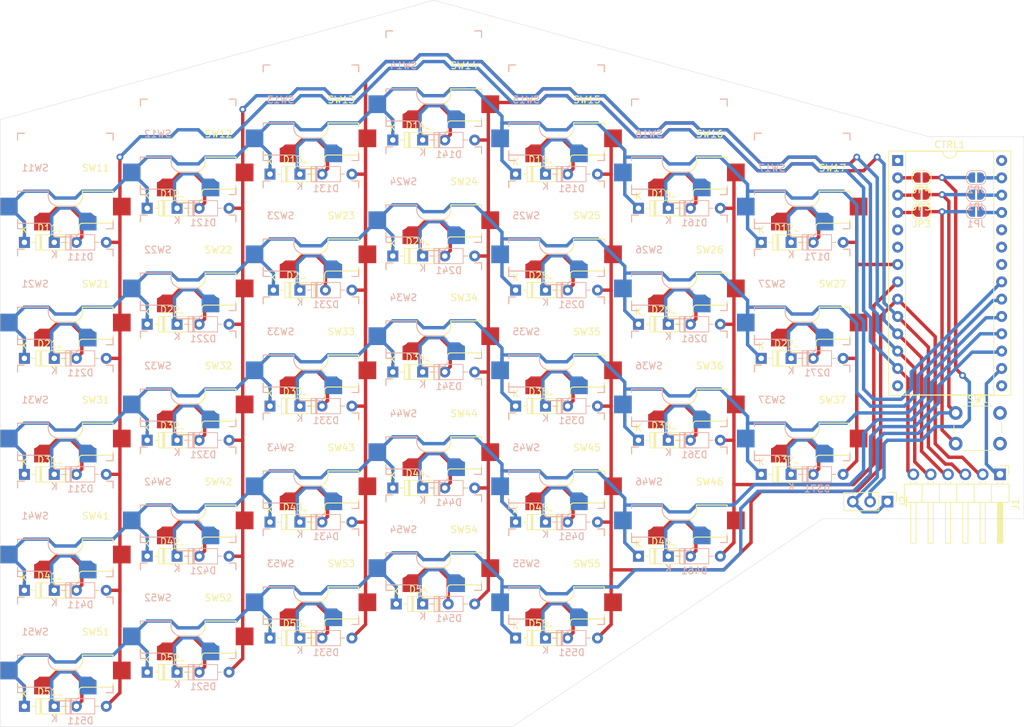
<source format=kicad_pcb>
(kicad_pcb (version 20240108) (generator "pcbnew") (generator_version "8.0")
  (layers (0 "F.Cu" signal) (31 "B.Cu" signal) (34 "B.Paste" user) (35 "F.Paste" user) (36 "B.SilkS" user "B.Silkscreen") (37 "F.SilkS" user "F.Silkscreen") (38 "B.Mask" user) (39 "F.Mask" user) (44 "Edge.Cuts" user))
  (net 0 "")
  (net 5 "Net-(CTRL1-Pin_21)")
  (net 8 "Net-(CTRL1-Pin_4)")
  (net 10 "Net-(CTRL1-Pin_2)")
  (net 12 "Net-(CTRL1-Pin_3)")
  (net 14 "Net-(CTRL1-Pin_25)")
  (net 15 "Net-(CTRL1-Pin_26)")
  (net 16 "Net-(CTRL1-Pin_27)")
  (net 17 "Net-(D111-K)")
  (net 18 "Net-(D112-A)")
  (net 19 "Net-(D121-K)")
  (net 20 "Net-(D122-A)")
  (net 21 "Net-(D131-K)")
  (net 22 "Net-(D132-A)")
  (net 23 "Net-(D141-K)")
  (net 24 "Net-(D142-A)")
  (net 25 "Net-(D151-K)")
  (net 26 "Net-(D152-A)")
  (net 27 "Net-(D161-K)")
  (net 28 "Net-(D162-A)")
  (net 29 "Net-(D171-K)")
  (net 30 "Net-(D172-A)")
  (net 31 "Net-(D211-K)")
  (net 32 "Net-(D212-A)")
  (net 33 "Net-(D221-K)")
  (net 34 "Net-(D222-A)")
  (net 35 "Net-(D231-K)")
  (net 36 "Net-(D232-A)")
  (net 37 "Net-(D241-K)")
  (net 38 "Net-(D242-A)")
  (net 39 "Net-(D251-K)")
  (net 40 "Net-(D252-A)")
  (net 41 "Net-(D261-K)")
  (net 42 "Net-(D262-A)")
  (net 43 "Net-(D271-K)")
  (net 44 "Net-(D272-A)")
  (net 45 "Net-(D311-K)")
  (net 46 "Net-(D312-A)")
  (net 47 "Net-(D321-K)")
  (net 48 "Net-(D322-A)")
  (net 49 "Net-(D331-K)")
  (net 50 "Net-(D332-A)")
  (net 51 "Net-(D341-K)")
  (net 52 "Net-(D342-A)")
  (net 53 "Net-(D351-K)")
  (net 54 "Net-(D352-A)")
  (net 55 "Net-(D361-K)")
  (net 56 "Net-(D362-A)")
  (net 57 "Net-(D371-K)")
  (net 58 "Net-(D372-A)")
  (net 59 "Net-(D411-K)")
  (net 60 "Net-(D412-A)")
  (net 61 "Net-(D421-K)")
  (net 62 "Net-(D422-A)")
  (net 63 "Net-(D431-K)")
  (net 64 "Net-(D432-A)")
  (net 65 "Net-(D441-K)")
  (net 66 "Net-(D442-A)")
  (net 67 "Net-(D451-K)")
  (net 68 "Net-(D452-A)")
  (net 69 "Net-(D461-K)")
  (net 70 "Net-(D462-A)")
  (net 71 "Net-(D511-K)")
  (net 72 "Net-(D512-A)")
  (net 73 "Net-(D521-K)")
  (net 74 "Net-(D522-A)")
  (net 75 "Net-(D531-K)")
  (net 76 "Net-(D532-A)")
  (net 77 "Net-(D541-K)")
  (net 78 "Net-(D542-A)")
  (net 79 "Net-(D551-K)")
  (net 80 "Net-(D552-A)")
  (net 81 "Net-(J2-Pin_2)")
  (net 82 "Net-(J2-Pin_1)")
  (net 83 "Net-(CTRL1-Pin_10)")
  (net 84 "Net-(CTRL1-Pin_19)")
  (net 85 "Net-(CTRL1-Pin_7)")
  (net 86 "Net-(CTRL1-Pin_18)")
  (net 87 "Net-(CTRL1-Pin_17)")
  (net 88 "Net-(CTRL1-Pin_11)")
  (net 89 "Net-(CTRL1-Pin_16)")
  (net 90 "Net-(CTRL1-Pin_13)")
  (net 91 "Net-(CTRL1-Pin_9)")
  (net 92 "Net-(CTRL1-Pin_8)")
  (net 93 "Net-(CTRL1-Pin_12)")
  (net 94 "Net-(CTRL1-Pin_20)")
  (footprint "Keyswitches:Kailh_socket_PG1350_reversible" (layer "F.Cu") (at 146 118)
    (property "Reference" "SW46")
    (property "Value" "SW_Push_Dual")
  )
  (footprint "Diode_THT:D_DO-35_SOD27_P7.62mm_Horizontal" (layer "F.Cu") (at 104 117)
    (property "Reference" "D442")
    (property "Value" "1N4148" (hide yes))
  )
  (footprint "Diode_THT:D_DO-35_SOD27_P7.62mm_Horizontal" (layer "F.Cu") (at 86 139)
    (property "Reference" "D532")
    (property "Value" "1N4148" (hide yes))
  )
  (footprint "Diode_THT:D_DO-35_SOD27_P7.62mm_Horizontal" (layer "F.Cu") (at 68 144)
    (property "Reference" "D522")
    (property "Value" "1N4148" (hide yes))
  )
  (footprint "Package_DIP:DIP-28_W15.24mm_Socket" (layer "F.Cu") (at 178 69)
    (property "Reference" "CTRL1")
    (property "Value" "Nice Nano")
  )
  (footprint "Keyswitches:Kailh_socket_PG1350_reversible" (layer "F.Cu") (at 146 67)
    (property "Reference" "SW16")
    (property "Value" "SW_Push_Dual" (hide yes))
  )
  (footprint "Keyswitches:Kailh_socket_PG1350_reversible" (layer "F.Cu") (at 92 113)
    (property "Reference" "SW43")
    (property "Value" "SW_Push_Dual")
  )
  (footprint "Diode_THT:D_DO-35_SOD27_P7.62mm_Horizontal" (layer "F.Cu") (at 158 115)
    (property "Reference" "D372")
    (property "Value" "1N4148" (hide yes))
  )
  (footprint "Keyswitches:Kailh_socket_PG1350_reversible" (layer "F.Cu") (at 164 106)
    (property "Reference" "SW37")
    (property "Value" "SW_Push_Dual")
  )
  (footprint "Keyswitches:Kailh_socket_PG1350_reversible" (layer "F.Cu") (at 164 72)
    (property "Reference" "SW17")
    (property "Value" "SW_Push_Dual" (hide yes))
  )
  (footprint "Keyswitches:Kailh_socket_PG1350_reversible" (layer "F.Cu") (at 92 79)
    (property "Reference" "SW23")
    (property "Value" "SW_Push_Dual")
  )
  (footprint "Keyswitches:Kailh_socket_PG1350_reversible" (layer "F.Cu") (at 146 84)
    (property "Reference" "SW26")
    (property "Value" "SW_Push_Dual")
  )
  (footprint "Keyswitches:Kailh_socket_PG1350_reversible" (layer "F.Cu") (at 92 62)
    (property "Reference" "SW13")
    (property "Value" "SW_Push_Dual" (hide yes))
  )
  (footprint "Keyswitches:Kailh_socket_PG1350_reversible" (layer "F.Cu") (at 146 101)
    (property "Reference" "SW36")
    (property "Value" "SW_Push_Dual")
  )
  (footprint "Diode_THT:D_DO-35_SOD27_P7.62mm_Horizontal" (layer "F.Cu") (at 86 71)
    (property "Reference" "D132")
    (property "Value" "1N4148" (hide yes))
  )
  (footprint "Keyswitches:Kailh_socket_PG1350_reversible" (layer "F.Cu") (at 56 89)
    (property "Reference" "SW21")
    (property "Value" "SW_Push_Dual")
  )
  (footprint "Connector_PinHeader_2.54mm:PinHeader_1x06_P2.54mm_Horizontal" (layer "F.Cu") (at 193 115 -90)
    (property "Reference" "J1")
    (property "Value" "Thumb cluster")
  )
  (footprint "Diode_THT:D_DO-35_SOD27_P7.62mm_Horizontal" (layer "F.Cu") (at 158 81)
    (property "Reference" "D172")
    (property "Value" "1N4148")
  )
  (footprint "Diode_THT:D_DO-35_SOD27_P7.62mm_Horizontal" (layer "F.Cu") (at 140 127)
    (property "Reference" "D462")
    (property "Value" "1N4148" (hide yes))
  )
  (footprint "Diode_THT:D_DO-35_SOD27_P7.62mm_Horizontal" (layer "F.Cu") (at 68 76)
    (property "Reference" "D122")
    (property "Value" "1N4148")
  )
  (footprint "Diode_THT:D_DO-35_SOD27_P7.62mm_Horizontal" (layer "F.Cu") (at 158 98)
    (property "Reference" "D272")
    (property "Value" "1N4148" (hide yes))
  )
  (footprint "Diode_THT:D_DO-35_SOD27_P7.62mm_Horizontal" (layer "F.Cu") (at 122 71)
    (property "Reference" "D152")
    (property "Value" "1N4148" (hide yes))
  )
  (footprint "Keyswitches:Kailh_socket_PG1350_reversible" (layer "F.Cu") (at 56 123)
    (property "Reference" "SW41")
    (property "Value" "SW_Push_Dual")
  )
  (footprint "Diode_THT:D_DO-35_SOD27_P7.62mm_Horizontal" (layer "F.Cu") (at 50 81)
    (property "Reference" "D112")
    (property "Value" "1N4148" (hide yes))
  )
  (footprint "Diode_THT:D_DO-35_SOD27_P7.62mm_Horizontal" (layer "F.Cu") (at 104.5 134)
    (property "Reference" "D542")
    (property "Value" "1N4148" (hide yes))
  )
  (footprint "Keyswitches:Kailh_socket_PG1350_reversible" (layer "F.Cu") (at 128 113)
    (property "Reference" "SW45")
    (property "Value" "SW_Push_Dual")
  )
  (footprint "Diode_THT:D_DO-35_SOD27_P7.62mm_Horizontal" (layer "F.Cu") (at 104 100)
    (property "Reference" "D342")
    (property "Value" "1N4148" (hide yes))
  )
  (footprint "Jumper:SolderJumper-2_P1.3mm_Open_RoundedPad1.0x1.5mm" (layer "F.Cu") (at 181.5 74 180)
    (property "Reference" "JP3")
    (property "Value" "Ground Right")
  )
  (footprint "Jumper:SolderJumper-2_P1.3mm_Open_RoundedPad1.0x1.5mm" (layer "F.Cu") (at 181.5 76.5 180)
    (property "Reference" "JP3")
    (property "Value" "Ground Right")
  )
  (footprint "Keyswitches:Kailh_socket_PG1350_reversible" (layer "F.Cu") (at 110 57)
    (property "Reference" "SW14")
    (property "Value" "SW_Push_Dual" (hide yes))
  )
  (footprint "Diode_THT:D_DO-35_SOD27_P7.62mm_Horizontal" (layer "F.Cu") (at 50 132)
    (property "Reference" "D412")
    (property "Value" "1N4148" (hide yes))
  )
  (footprint "Diode_THT:D_DO-35_SOD27_P7.62mm_Horizontal" (layer "F.Cu") (at 86 122)
    (property "Reference" "D432")
    (property "Value" "1N4148" (hide yes))
  )
  (footprint "Keyswitches:Kailh_socket_PG1350_reversible" (layer "F.Cu") (at 56 140)
    (property "Reference" "SW51")
    (property "Value" "SW_Push_Dual")
  )
  (footprint "Diode_THT:D_DO-35_SOD27_P7.62mm_Horizontal" (layer "F.Cu") (at 68 127)
    (property "Reference" "D422")
    (property "Value" "1N4148" (hide yes))
  )
  (footprint "Keyswitches:Kailh_socket_PG1350_reversible" (layer "F.Cu") (at 164 89)
    (property "Reference" "SW27")
    (property "Value" "SW_Push_Dual")
  )
  (footprint "Button_Switch_THT:SW_PUSH_6mm_H4.3mm" (layer "F.Cu") (at 186.5 106)
    (property "Reference" "SW1")
    (property "Value" "Reset")
  )
  (footprint "Diode_THT:D_DO-35_SOD27_P7.62mm_Horizontal" (layer "F.Cu") (at 86 105)
    (property "Reference" "D332")
    (property "Value" "1N4148" (hide yes))
  )
  (footprint "Keyswitches:Kailh_socket_PG1350_reversible" (layer "F.Cu") (at 128 96)
    (property "Reference" "SW35")
    (property "Value" "SW_Push_Dual")
  )
  (footprint "Jumper:SolderJumper-2_P1.3mm_Open_RoundedPad1.0x1.5mm" (layer "F.Cu") (at 181.5 71.5 180)
    (property "Reference" "JP4")
    (property "Value" "VCC Right")
  )
  (footprint "Keyswitches:Kailh_socket_PG1350_reversible" (layer "F.Cu") (at 128 62)
    (property "Reference" "SW15")
    (property "Value" "SW_Push_Dual" (hide yes))
  )
  (footprint "Keyswitches:Kailh_socket_PG1350_reversible" (layer "F.Cu") (at 128 130)
    (property "Reference" "SW55")
    (property "Value" "SW_Push_Dual")
  )
  (footprint "Keyswitches:Kailh_socket_PG1350_reversible" (layer "F.Cu") (at 74 67)
    (property "Reference" "SW12")
    (property "Value" "SW_Push_Dual" (hide yes))
  )
  (footprint "Keyswitches:Kailh_socket_PG1350_reversible" (layer "F.Cu") (at 74 84)
    (property "Reference" "SW22")
    (property "Value" "SW_Push_Dual" (hide yes))
  )
  (footprint "Keyswitches:Kailh_socket_PG1350_reversible" (layer "F.Cu") (at 56 106)
    (property "Reference" "SW31")
    (property "Value" "SW_Push_Dual")
  )
  (footprint "Keyswitches:Kailh_socket_PG1350_reversible" (layer "F.Cu") (at 92 130)
    (property "Reference" "SW53")
    (property "Value" "SW_Push_Dual")
  )
  (footprint "Diode_THT:D_DO-35_SOD27_P7.62mm_Horizontal" (layer "F.Cu") (at 50 149)
    (property "Reference" "D512")
    (property "Value" "1N4148" (hide yes))
  )
  (footprint "Diode_THT:D_DO-35_SOD27_P7.62mm_Horizontal" (layer "F.Cu") (at 50 98)
    (property "Reference" "D212")
    (property "Value" "1N4148" (hide yes))
  )
  (footprint "Diode_THT:D_DO-35_SOD27_P7.62mm_Horizontal" (layer "F.Cu") (at 86.5 88)
    (property "Reference" "D232")
    (property "Value" "1N4148" (hide yes))
  )
  (footprint "Diode_THT:D_DO-35_SOD27_P7.62mm_Horizontal" (layer "F.Cu") (at 140 93)
    (property "Reference" "D262")
    (property "Value" "1N4148" (hide yes))
  )
  (footprint "Diode_THT:D_DO-35_SOD27_P7.62mm_Horizontal" (layer "F.Cu") (at 122 122)
    (property "Reference" "D452")
    (property "Value" "1N4148" (hide yes))
  )
  (footprint "Diode_THT:D_DO-35_SOD27_P7.62mm_Horizontal" (layer "F.Cu") (at 104 66)
    (property "Reference" "D142")
    (property "Value" "1N4148")
  )
  (footprint "Diode_THT:D_DO-35_SOD27_P7.62mm_Horizontal" (layer "F.Cu") (at 122 105)
    (property "Reference" "D352")
    (property "Value" "1N4148" (hide yes))
  )
  (footprint "Diode_THT:D_DO-35_SOD27_P7.62mm_Horizontal" (layer "F.Cu") (at 68 110)
    (property "Reference" "D322")
    (property "Value" "1N4148" (hide yes))
  )
  (footprint "Keyswitches:Kailh_socket_PG1350_reversible" (layer "F.Cu") (at 56 72)
    (property "Reference" "SW11")
    (property "Value" "SW_Push_Dual" (hide yes))
  )
  (footprint "Diode_THT:D_DO-35_SOD27_P7.62mm_Horizontal" (layer "F.Cu") (at 122 139)
    (property "Reference" "D552")
    (property "Value" "1N4148" (hide yes))
  )
  (footprint "Keyswitches:Kailh_socket_PG1350_reversible" (layer "F.Cu") (at 74 135)
    (property "Reference" "SW52")
    (property "Value" "SW_Push_Dual")
  )
  (footprint "Diode_THT:D_DO-35_SOD27_P7.62mm_Horizontal" (layer "F.Cu") (at 140 110)
    (property "Reference" "D362")
    (property "Value" "1N4148" (hide yes))
  )
  (footprint "Diode_THT:D_DO-35_SOD27_P7.62mm_Horizontal" (layer "F.Cu") (at 104 83)
    (property "Reference" "D242")
    (property "Value" "1N4148" (hide yes))
  )
  (footprint "Diode_THT:D_DO-35_SOD27_P7.62mm_Horizontal" (layer "F.Cu") (at 68 93)
    (property "Reference" "D222")
    (property "Value" "1N4148" (hide yes))
  )
  (footprint "Keyswitches:Kailh_socket_PG1350_reversible" (layer "F.Cu") (at 74 118)
    (property "Reference" "SW42")
    (property "Value" "SW_Push_Dual")
  )
  (footprint "Keyswitches:Kailh_socket_PG1350_reversible" (layer "F.Cu") (at 74 101)
    (property "Reference" "SW32")
    (property "Value" "SW_Push_Dual")
  )
  (footprint "Keyswitches:Kailh_socket_PG1350_reversible" (layer "F.Cu") (at 110 125)
    (property "Reference" "SW54")
    (property "Value" "SW_Push_Dual")
  )
  (footprint "Keyswitches:Kailh_socket_PG1350_reversible" (layer "F.Cu") (at 110 108)
    (property "Reference" "SW44")
    (property "Value" "SW_Push_Dual")
  )
  (footprint "Keyswitches:Kailh_socket_PG1350_reversible" (layer "F.Cu") (at 92 96)
    (property "Reference" "SW33")
    (property "Value" "SW_Push_Dual" (hide yes))
  )
  (footprint "Connector_PinHeader_2.54mm:PinHeader_1x03_P2.54mm_Vertical" (layer "F.Cu") (at 176.5 119 -90)
    (property "Reference" "J2")
    (property "Value" "Battery")
  )
  (footprint "Diode_THT:D_DO-35_SOD27_P7.62mm_Horizontal" (layer "F.Cu") (at 50 115)
    (property "Reference" "D312")
    (property "Value" "1N4148" (hide yes))
  )
  (footprint "Keyswitches:Kailh_socket_PG1350_reversible" (layer "F.Cu") (at 110 91)
    (property "Reference" "SW34")
    (property "Value" "SW_Push_Dual")
  )
  (footprint "Diode_THT:D_DO-35_SOD27_P7.62mm_Horizontal" (layer "F.Cu") (at 122 88)
    (property "Reference" "D252")
    (property "Value" "1N4148" (hide yes))
  )
  (footprint "Keyswitches:Kailh_socket_PG1350_reversible" (layer "F.Cu") (at 110 74)
    (property "Reference" "SW24")
    (property "Value" "SW_Push_Dual")
  )
  (footprint "Keyswitches:Kailh_socket_PG1350_reversible" (layer "F.Cu") (at 128 79)
    (property "Reference" "SW25")
    (property "Value" "SW_Push_Dual")
  )
  (footprint "Diode_THT:D_DO-35_SOD27_P7.62mm_Horizontal" (layer "F.Cu") (at 140 76)
    (property "Reference" "D162")
    (property "Value" "1N4148" (hide yes))
  )
  (footprint "Diode_THT:D_DO-35_SOD27_P7.62mm_Horizontal" (layer "B.Cu") (at 108.38 117)
    (property "Reference" "D441")
    (property "Value" "1N4148" (hide yes))
  )
  (footprint "Jumper:SolderJumper-2_P1.3mm_Open_RoundedPad1.0x1.5mm" (layer "B.Cu") (at 189.5 74)
    (property "Reference" "JP1")
    (property "Value" "Ground Left")
  )
  (footprint "Diode_THT:D_DO-35_SOD27_P7.62mm_Horizontal" (layer "B.Cu") (at 90.38 71)
    (property "Reference" "D131")
    (property "Value" "1N4148" (hide yes))
  )
  (footprint "Diode_THT:D_DO-35_SOD27_P7.62mm_Horizontal" (layer "B.Cu") (at 162.38 81)
    (property "Reference" "D171")
    (property "Value" "1N4148" (hide yes))
  )
  (footprint "Diode_THT:D_DO-35_SOD27_P7.62mm_Horizontal" (layer "B.Cu") (at 108.38 100)
    (property "Reference" "D341")
    (property "Value" "1N4148" (hide yes))
  )
  (footprint "Diode_THT:D_DO-35_SOD27_P7.62mm_Horizontal" (layer "B.Cu") (at 54.38 132)
    (property "Reference" "D411")
    (property "Value" "1N4148" (hide yes))
  )
  (footprint "Diode_THT:D_DO-35_SOD27_P7.62mm_Horizontal" (layer "B.Cu") (at 108.38 134)
    (property "Reference" "D541")
    (property "Value" "1N4148" (hide yes))
  )
  (footprint "Diode_THT:D_DO-35_SOD27_P7.62mm_Horizontal" (layer "B.Cu") (at 126.38 105)
    (property "Reference" "D351")
    (property "Value" "1N4148" (hide yes))
  )
  (footprint "Diode_THT:D_DO-35_SOD27_P7.62mm_Horizontal" (layer "B.Cu") (at 144.38 76)
    (property "Reference" "D161")
    (property "Value" "1N4148" (hide yes))
  )
  (footprint "Diode_THT:D_DO-35_SOD27_P7.62mm_Horizontal" (layer "B.Cu") (at 144.38 110)
    (property "Reference" "D361")
    (property "Value" "1N4148" (hide yes))
  )
  (footprint "Diode_THT:D_DO-35_SOD27_P7.62mm_Horizontal" (layer "B.Cu") (at 126.38 122)
    (property "Reference" "D451")
    (property "Value" "1N4148" (hide yes))
  )
  (footprint "Jumper:SolderJumper-2_P1.3mm_Open_RoundedPad1.0x1.5mm" (layer "B.Cu") (at 189.5 76.5)
    (property "Reference" "JP1")
    (property "Value" "Ground Left")
  )
  (footprint "Diode_THT:D_DO-35_SOD27_P7.62mm_Horizontal" (layer "B.Cu") (at 90.38 88)
    (property "Reference" "D231")
    (property "Value" "1N4148" (hide yes))
  )
  (footprint "Diode_THT:D_DO-35_SOD27_P7.62mm_Horizontal" (layer "B.Cu") (at 72.38 93)
    (property "Reference" "D221")
    (property "Value" "1N4148" (hide yes))
  )
  (footprint "Diode_THT:D_DO-35_SOD27_P7.62mm_Horizontal" (layer "B.Cu") (at 90.38 122)
    (property "Reference" "D431")
    (property "Value" "1N4148" (hide yes))
  )
  (footprint "Diode_THT:D_DO-35_SOD27_P7.62mm_Horizontal" (layer "B.Cu") (at 126.38 88)
    (property "Reference" "D251")
    (property "Value" "1N4148" (hide yes))
  )
  (footprint "Diode_THT:D_DO-35_SOD27_P7.62mm_Horizontal" (layer "B.Cu") (at 54.38 149)
    (property "Reference" "D511")
    (property "Value" "1N4148" (hide yes))
  )
  (footprint "Diode_THT:D_DO-35_SOD27_P7.62mm_Horizontal" (layer "B.Cu") (at 126.38 71)
    (property "Reference" "D151")
    (property "Value" "1N4148" (hide yes))
  )
  (footprint "Jumper:SolderJumper-2_P1.3mm_Open_RoundedPad1.0x1.5mm" (layer "B.Cu") (at 189.5 71.5)
    (property "Reference" "JP2")
    (property "Value" "VCC Left")
  )
  (footprint "Diode_THT:D_DO-35_SOD27_P7.62mm_Horizontal" (layer "B.Cu") (at 54.38 115)
    (property "Reference" "D311")
    (property "Value" "1N4148" (hide yes))
  )
  (footprint "Diode_THT:D_DO-35_SOD27_P7.62mm_Horizontal" (layer "B.Cu") (at 162.38 115)
    (property "Reference" "D371")
    (property "Value" "1N4148" (hide yes))
  )
  (footprint "Diode_THT:D_DO-35_SOD27_P7.62mm_Horizontal" (layer "B.Cu") (at 162.38 98)
    (property "Reference" "D271")
    (property "Value" "1N4148" (hide yes))
  )
  (footprint "Diode_THT:D_DO-35_SOD27_P7.62mm_Horizontal" (layer "B.Cu") (at 72.38 110)
    (property "Reference" "D321")
    (property "Value" "1N4148" (hide yes))
  )
  (footprint "Diode_THT:D_DO-35_SOD27_P7.62mm_Horizontal" (layer "B.Cu") (at 90.38 139)
    (property "Reference" "D531")
    (property "Value" "1N4148" (hide yes))
  )
  (footprint "Diode_THT:D_DO-35_SOD27_P7.62mm_Horizontal" (layer "B.Cu") (at 72.38 144)
    (property "Reference" "D521")
    (property "Value" "1N4148" (hide yes))
  )
  (footprint "Diode_THT:D_DO-35_SOD27_P7.62mm_Horizontal" (layer "B.Cu") (at 126.38 139)
    (property "Reference" "D551")
    (property "Value" "1N4148" (hide yes))
  )
  (footprint "Diode_THT:D_DO-35_SOD27_P7.62mm_Horizontal" (layer "B.Cu") (at 144.38 127)
    (property "Reference" "D461")
    (property "Value" "1N4148" (hide yes))
  )
  (footprint "Diode_THT:D_DO-35_SOD27_P7.62mm_Horizontal" (layer "B.Cu") (at 54.38 81)
    (property "Reference" "D111")
    (property "Value" "1N4148" (hide yes))
  )
  (footprint "Diode_THT:D_DO-35_SOD27_P7.62mm_Horizontal" (layer "B.Cu") (at 72.38 76)
    (property "Reference" "D121")
    (property "Value" "1N4148" (hide yes))
  )
  (footprint "Diode_THT:D_DO-35_SOD27_P7.62mm_Horizontal" (layer "B.Cu") (at 108.38 66)
    (property "Reference" "D141")
    (property "Value" "1N4148" (hide yes))
  )
  (footprint "Diode_THT:D_DO-35_SOD27_P7.62mm_Horizontal" (layer "B.Cu") (at 90.38 105)
    (property "Reference" "D331")
    (property "Value" "1N4148" (hide yes))
  )
  (footprint "Diode_THT:D_DO-35_SOD27_P7.62mm_Horizontal" (layer "B.Cu") (at 54.38 98)
    (property "Reference" "D211")
    (property "Value" "1N4148" (hide yes))
  )
  (footprint "Diode_THT:D_DO-35_SOD27_P7.62mm_Horizontal" (layer "B.Cu") (at 108.38 83)
    (property "Reference" "D241")
    (property "Value" "1N4148" (hide yes))
  )
  (footprint "Diode_THT:D_DO-35_SOD27_P7.62mm_Horizontal" (layer "B.Cu") (at 72.38 127)
    (property "Reference" "D421")
    (property "Value" "1N4148" (hide yes))
  )
  (footprint "Diode_THT:D_DO-35_SOD27_P7.62mm_Horizontal" (layer "B.Cu") (at 144.38 93)
    (property "Reference" "D261")
    (property "Value" "1N4148" (hide yes))
  )
  (gr_line (start 182.5 65.5) (end 110 45.5) (stroke (width 0.05)) (layer "Edge.Cuts"))
  (gr_line (start 167 121.5) (end 121.5 152) (stroke (width 0.05)) (layer "Edge.Cuts"))
  (gr_line (start 167 121.5) (end 196.5 121.5) (stroke (width 0.05)) (layer "Edge.Cuts"))
  (gr_line (start 196.5 65.5) (end 196.5 121.5) (stroke (width 0.05)) (layer "Edge.Cuts"))
  (gr_line (start 46.5 63) (end 46.5 152) (stroke (width 0.05)) (layer "Edge.Cuts"))
  (gr_line (start 46.5 152) (end 121.5 152) (stroke (width 0.05)) (layer "Edge.Cuts"))
  (gr_line (start 110 45.5) (end 46.5 63) (stroke (width 0.05)) (layer "Edge.Cuts"))
  (gr_line (start 182.5 65.5) (end 196.5 65.5) (stroke (width 0.05)) (layer "Edge.Cuts"))
  (segment (start 83.725 65.75) (end 83.75 65.75) (width 0.5) (layer "B.Cu") (net 5))
  (segment (start 86 63.5) (end 81 68.5) (width 0.5) (layer "B.Cu") (net 5))
  (segment (start 47.725 75.75) (end 49.475 74) (width 0.5) (layer "B.Cu") (net 5))
  (segment (start 65.725 70.75) (end 63 73.475) (width 0.5) (layer "B.Cu") (net 5))
  (segment (start 86 71) (end 86 68.025) (width 0.5) (layer "B.Cu") (net 5))
  (segment (start 50 78.025) (end 47.725 75.75) (width 0.5) (layer "B.Cu") (net 5))
  (segment (start 50 81) (end 50 78.025) (width 0.5) (layer "B.Cu") (net 5))
  (segment (start 50 73.5) (end 53.5 73.5) (width 0.5) (layer "B.Cu") (net 5))
  (segment (start 71.5 68.5) (end 72.5 69.5) (width 0.5) (layer "B.Cu") (net 5))
  (segment (start 143.5 68.5) (end 144.5 69.5) (width 0.5) (layer "B.Cu") (net 5))
  (segment (start 173 92.5) (end 172 91.5) (width 0.5) (layer "B.Cu") (net 5))
  (segment (start 107.5 58.5) (end 104 58.5) (width 0.5) (layer "B.Cu") (net 5))
  (segment (start 68 68.5) (end 71.5 68.5) (width 0.5) (layer "B.Cu") (net 5))
  (segment (start 187.52 92.5) (end 187.5 92.5) (width 0.5) (layer "B.Cu") (net 5))
  (segment (start 86 68.025) (end 83.725 65.75) (width 0.5) (layer "B.Cu") (net 5))
  (segment (start 125.5 63.5) (end 120 63.5) (width 0.5) (layer "B.Cu") (net 5))
  (segment (start 158 81) (end 156 79) (width 0.5) (layer "B.Cu") (net 5))
  (segment (start 138 69) (end 138 70.475) (width 0.5) (layer "B.Cu") (net 5))
  (segment (start 54.5 74.5) (end 57.5 74.5) (width 0.5) (layer "B.Cu") (net 5))
  (segment (start 120 63.5) (end 120 65.475) (width 0.5) (layer "B.Cu") (net 5))
  (segment (start 75.5 69.5) (end 76.5 68.5) (width 0.5) (layer "B.Cu") (net 5))
  (segment (start 162.5 74.5) (end 161.5 73.5) (width 0.5) (layer "B.Cu") (net 5))
  (segment (start 138 70.475) (end 137.725 70.75) (width 0.5) (layer "B.Cu") (net 5))
  (segment (start 173 102.5) (end 173 92.5) (width 0.5) (layer "B.Cu") (net 5))
  (segment (start 112.5 58.5) (end 111.5 59.5) (width 0.5) (layer "B.Cu") (net 5))
  (segment (start 76.5 68.5) (end 81 68.5) (width 0.5) (layer "B.Cu") (net 5))
  (segment (start 144.5 69.5) (end 147.5 69.5) (width 0.5) (layer "B.Cu") (net 5))
  (segment (start 170 73.5) (end 166.5 73.5) (width 0.5) (layer "B.Cu") (net 5))
  (segment (start 138 68.5) (end 138 69) (width 0.5) (layer "B.Cu") (net 5))
  (segment (start 172 91.5) (end 172 75.5) (width 0.5) (layer "B.Cu") (net 5))
  (segment (start 129.5 64.5) (end 126.5 64.5) (width 0.5) (layer "B.Cu") (net 5))
  (segment (start 138 68.5) (end 138 67.5) (width 0.5) (layer "B.Cu") (net 5))
  (segment (start 140 76) (end 138 74) (width 0.5) (layer "B.Cu") (net 5))
  (segment (start 101.725 60.75) (end 101.75 60.75) (width 0.5) (layer "B.Cu") (net 5))
  (segment (start 147.5 69.5) (end 148.5 68.5) (width 0.5) (layer "B.Cu") (net 5))
  (segment (start 116 58.5) (end 120 62.5) (width 0.5) (layer "B.Cu") (net 5))
  (segment (start 193.24 86.78) (end 187.52 92.5) (width 0.5) (layer "B.Cu") (net 5))
  (segment (start 93.5 64.5) (end 94.5 63.5) (width 0.5) (layer "B.Cu") (net 5))
  (segment (start 120 65.475) (end 119.725 65.75) (width 0.5) (layer "B.Cu") (net 5))
  (segment (start 138 74) (end 138 69) (width 0.5) (layer "B.Cu") (net 5))
  (segment (start 122 71) (end 120 69) (width 0.5) (layer "B.Cu") (net 5))
  (segment (start 134 63.5) (end 130.5 63.5) (width 0.5) (layer "B.Cu") (net 5))
  (segment (start 172 75.5) (end 170 73.5) (width 0.5) (layer "B.Cu") (net 5))
  (segment (start 174.5 104) (end 173 102.5) (width 0.5) (layer "B.Cu") (net 5))
  (segment (start 94.5 63.5) (end 99 63.5) (width 0.5) (layer "B.Cu") (net 5))
  (segment (start 53.5 73.5) (end 54.5 74.5) (width 0.5) (layer "B.Cu") (net 5))
  (segment (start 68 76) (end 68 73.025) (width 0.5) (layer "B.Cu") (net 5))
  (segment (start 180 102.5) (end 178.5 104) (width 0.5) (layer "B.Cu") (net 5))
  (segment (start 138 67.5) (end 134 63.5) (width 0.5) (layer "B.Cu") (net 5))
  (segment (start 72.5 69.5) (end 75.5 69.5) (width 0.5) (layer "B.Cu") (net 5))
  (segment (start 86 63.5) (end 89.5 63.5) (width 0.5) (layer "B.Cu") (net 5))
  (segment (start 180 100) (end 180 102.5) (width 0.5) (layer "B.Cu") (net 5))
  (segment (start 178.5 104) (end 174.5 104) (width 0.5) (layer "B.Cu") (net 5))
  (segment (start 120 62.5) (end 120 63.5) (width 0.5) (layer "B.Cu") (net 5))
  (segment (start 57.5 74.5) (end 58.5 73.5) (width 0.5) (layer "B.Cu") (net 5))
  (segment (start 126.5 64.5) (end 125.5 63.5) (width 0.5) (layer "B.Cu") (net 5))
  (segment (start 68 73.025) (end 65.725 70.75) (width 0.5) (layer "B.Cu") (net 5))
  (segment (start 166.5 73.5) (end 165.5 74.5) (width 0.5) (layer "B.Cu") (net 5))
  (segment (start 116 58.5) (end 115 58.5) (width 0.5) (layer "B.Cu") (net 5))
  (segment (start 138 68.5) (end 143.5 68.5) (width 0.5) (layer "B.Cu") (net 5))
  (segment (start 130.5 63.5) (end 129.5 64.5) (width 0.5) (layer "B.Cu") (net 5))
  (segment (start 104 63.025) (end 101.725 60.75) (width 0.5) (layer "B.Cu") (net 5))
  (segment (start 156 73.5) (end 156 75.475) (width 0.5) (layer "B.Cu") (net 5))
  (segment (start 156 79) (end 156 73.5) (width 0.5) (layer "B.Cu") (net 5))
  (segment (start 115.578427 58.5) (end 115 58.5) (width 0.5) (layer "B.Cu") (net 5))
  (segment (start 49.5 74) (end 50 73.5) (width 0.5) (layer "B.Cu") (net 5))
  (segment (start 49.475 74) (end 49.5 74) (width 0.5) (layer "B.Cu") (net 5))
  (segment (start 104 66) (end 104 63.025) (width 0.5) (layer "B.Cu") (net 5))
  (segment (start 65.75 70.75) (end 68 68.5) (width 0.5) (layer "B.Cu") (net 5))
  (segment (start 90.5 64.5) (end 93.5 64.5) (width 0.5) (layer "B.Cu") (net 5))
  (segment (start 161.5 73.5) (end 156 73.5) (width 0.5) (layer "B.Cu") (net 5))
  (segment (start 156 75.475) (end 155.725 75.75) (width 0.5) (layer "B.Cu") (net 5))
  (segment (start 58.5 73.5) (end 63 73.5) (width 0.5) (layer "B.Cu") (net 5))
  (segment (start 111.5 59.5) (end 108.5 59.5) (width 0.5) (layer "B.Cu") (net 5))
  (segment (start 65.725 70.75) (end 65.75 70.75) (width 0.5) (layer "B.Cu") (net 5))
  (segment (start 120 69) (end 120 63.5) (width 0.5) (layer "B.Cu") (net 5))
  (segment (start 89.5 63.5) (end 90.5 64.5) (width 0.5) (layer "B.Cu") (net 5))
  (segment (start 104 58.5) (end 99 63.5) (width 0.5) (layer "B.Cu") (net 5))
  (segment (start 148.5 68.5) (end 152 68.5) (width 0.5) (layer "B.Cu") (net 5))
  (segment (start 115 58.5) (end 112.5 58.5) (width 0.5) (layer "B.Cu") (net 5))
  (segment (start 156 72.5) (end 156 73.5) (width 0.5) (layer "B.Cu") (net 5))
  (segment (start 187.5 92.5) (end 180 100) (width 0.5) (layer "B.Cu") (net 5))
  (segment (start 165.5 74.5) (end 162.5 74.5) (width 0.5) (layer "B.Cu") (net 5))
  (segment (start 108.5 59.5) (end 107.5 58.5) (width 0.5) (layer "B.Cu") (net 5))
  (segment (start 152 68.5) (end 156 72.5) (width 0.5) (layer "B.Cu") (net 5))
  (segment (start 63 73.475) (end 63 73.5) (width 0.5) (layer "B.Cu") (net 5))
  (segment (start 180.73 76.62) (end 180.85 76.5) (width 0.5) (layer "F.Cu") (net 8))
  (segment (start 178 76.62) (end 180.73 76.62) (width 0.5) (layer "F.Cu") (net 8))
  (segment (start 180.81 71.54) (end 180.85 71.5) (width 0.5) (layer "F.Cu") (net 10))
  (segment (start 178 71.54) (end 180.81 71.54) (width 0.5) (layer "F.Cu") (net 10))
  (segment (start 178 74.08) (end 180.77 74.08) (width 0.5) (layer "F.Cu") (net 12))
  (segment (start 180.77 74.08) (end 180.85 74) (width 0.5) (layer "F.Cu") (net 12))
  (segment (start 184.5 76.5) (end 184.5 108.5) (width 0.5) (layer "F.Cu") (net 14))
  (segment (start 184.5 108.5) (end 186.5 110.5) (width 0.5) (layer "F.Cu") (net 14))
  (segment (start 182.15 76.5) (end 184.5 76.5) (width 0.5) (layer "F.Cu") (net 14))
  (via (at 184.5 76.5) (size 1) (drill 0.5) (layers "F.Cu" "B.Cu") (net 14))
  (segment (start 190.27 76.62) (end 190.15 76.5) (width 0.5) (layer "B.Cu") (net 14))
  (segment (start 193.24 76.62) (end 190.27 76.62) (width 0.5) (layer "B.Cu") (net 14))
  (segment (start 184.5 76.5) (end 188.85 76.5) (width 0.5) (layer "B.Cu") (net 14))
  (segment (start 193.24 74.08) (end 190.23 74.08) (width 0.5) (layer "B.Cu") (net 15))
  (segment (start 190.23 74.08) (end 190.15 74) (width 0.5) (layer "B.Cu") (net 15))
  (segment (start 190.19 71.54) (end 190.15 71.5) (width 0.5) (layer "B.Cu") (net 16))
  (segment (start 193.24 71.54) (end 190.19 71.54) (width 0.5) (layer "B.Cu") (net 16))
  (segment (start 54.38 81) (end 54 80.62) (width 0.5) (layer "B.Cu") (net 17))
  (segment (start 54 77.121573) (end 55.171573 75.95) (width 0.5) (layer "B.Cu") (net 17))
  (segment (start 55.171573 75.95) (end 57.275 75.95) (width 0.5) (layer "B.Cu") (net 17))
  (segment (start 54 80.62) (end 54 77.121573) (width 0.5) (layer "B.Cu") (net 17))
  (segment (start 57.275 75.95) (end 59.275 77.95) (width 0.5) (layer "B.Cu") (net 17))
  (segment (start 56.828427 75.95) (end 54.725 75.95) (width 0.5) (layer "F.Cu") (net 18))
  (segment (start 58.419999 80.200001) (end 58.419999 77.541572) (width 0.5) (layer "F.Cu") (net 18))
  (segment (start 54.725 75.95) (end 52.725 77.95) (width 0.5) (layer "F.Cu") (net 18))
  (segment (start 57.62 81) (end 58.419999 80.200001) (width 0.5) (layer "F.Cu") (net 18))
  (segment (start 58.419999 77.541572) (end 56.828427 75.95) (width 0.5) (layer "F.Cu") (net 18))
  (segment (start 75.275 70.95) (end 77.275 72.95) (width 0.5) (layer "B.Cu") (net 19))
  (segment (start 72.38 76) (end 72 75.62) (width 0.5) (layer "B.Cu") (net 19))
  (segment (start 72 72.121573) (end 73.171573 70.95) (width 0.5) (layer "B.Cu") (net 19))
  (segment (start 72 75.62) (end 72 72.121573) (width 0.5) (layer "B.Cu") (net 19))
  (segment (start 73.171573 70.95) (end 75.275 70.95) (width 0.5) (layer "B.Cu") (net 19))
  (segment (start 75.62 76) (end 76.419999 75.200001) (width 0.5) (layer "F.Cu") (net 20))
  (segment (start 74.95 70.95) (end 72.725 70.95) (width 0.5) (layer "F.Cu") (net 20))
  (segment (start 72.725 70.95) (end 70.725 72.95) (width 0.5) (layer "F.Cu") (net 20))
  (segment (start 76.419999 72.419999) (end 74.95 70.95) (width 0.5) (layer "F.Cu") (net 20))
  (segment (start 76.419999 75.200001) (end 76.419999 72.419999) (width 0.5) (layer "F.Cu") (net 20))
  (segment (start 90.38 71) (end 90 70.62) (width 0.5) (layer "B.Cu") (net 21))
  (segment (start 90 67) (end 91.05 65.95) (width 0.5) (layer "B.Cu") (net 21))
  (segment (start 93.275 65.95) (end 95.275 67.95) (width 0.5) (layer "B.Cu") (net 21))
  (segment (start 90 70.62) (end 90 67) (width 0.5) (layer "B.Cu") (net 21))
  (segment (start 91.05 65.95) (end 93.275 65.95) (width 0.5) (layer "B.Cu") (net 21))
  (segment (start 93.62 71) (end 94.419999 70.200001) (width 0.5) (layer "F.Cu") (net 22))
  (segment (start 94.419999 67.419999) (end 92.95 65.95) (width 0.5) (layer "F.Cu") (net 22))
  (segment (start 90.725 65.95) (end 88.725 67.95) (width 0.5) (layer "F.Cu") (net 22))
  (segment (start 92.95 65.95) (end 90.725 65.95) (width 0.5) (layer "F.Cu") (net 22))
  (segment (start 94.419999 70.200001) (end 94.419999 67.419999) (width 0.5) (layer "F.Cu") (net 22))
  (segment (start 111.275 60.95) (end 113.275 62.95) (width 0.5) (layer "B.Cu") (net 23))
  (segment (start 108.38 66) (end 108 65.62) (width 0.5) (layer "B.Cu") (net 23))
  (segment (start 109.171573 60.95) (end 111.275 60.95) (width 0.5) (layer "B.Cu") (net 23))
  (segment (start 108 65.62) (end 108 62.121573) (width 0.5) (layer "B.Cu") (net 23))
  (segment (start 108 62.121573) (end 109.171573 60.95) (width 0.5) (layer "B.Cu") (net 23))
  (segment (start 108.725 60.95) (end 106.725 62.95) (width 0.5) (layer "F.Cu") (net 24))
  (segment (start 111.62 66) (end 112.419999 65.200001) (width 0.5) (layer "F.Cu") (net 24))
  (segment (start 112.419999 62.419999) (end 110.95 60.95) (width 0.5) (layer "F.Cu") (net 24))
  (segment (start 110.95 60.95) (end 108.725 60.95) (width 0.5) (layer "F.Cu") (net 24))
  (segment (start 112.419999 65.200001) (end 112.419999 62.419999) (width 0.5) (layer "F.Cu") (net 24))
  (segment (start 127.171573 65.95) (end 129.275 65.95) (width 0.5) (layer "B.Cu") (net 25))
  (segment (start 126.38 71) (end 126 70.62) (width 0.5) (layer "B.Cu") (net 25))
  (segment (start 129.275 65.95) (end 131.275 67.95) (width 0.5) (layer "B.Cu") (net 25))
  (segment (start 126 70.62) (end 126 67.121573) (width 0.5) (layer "B.Cu") (net 25))
  (segment (start 126 67.121573) (end 127.171573 65.95) (width 0.5) (layer "B.Cu") (net 25))
  (segment (start 128.95 65.95) (end 126.725 65.95) (width 0.5) (layer "F.Cu") (net 26))
  (segment (start 130.419999 67.419999) (end 128.95 65.95) (width 0.5) (layer "F.Cu") (net 26))
  (segment (start 130.419999 70.200001) (end 130.419999 67.419999) (width 0.5) (layer "F.Cu") (net 26))
  (segment (start 126.725 65.95) (end 124.725 67.95) (width 0.5) (layer "F.Cu") (net 26))
  (segment (start 129.62 71) (end 130.419999 70.200001) (width 0.5) (layer "F.Cu") (net 26))
  (segment (start 144 72.121573) (end 145.171573 70.95) (width 0.5) (layer "B.Cu") (net 27))
  (segment (start 144 75.62) (end 144 72.121573) (width 0.5) (layer "B.Cu") (net 27))
  (segment (start 145.171573 70.95) (end 147.275 70.95) (width 0.5) (layer "B.Cu") (net 27))
  (segment (start 144.38 76) (end 144 75.62) (width 0.5) (layer "B.Cu") (net 27))
  (segment (start 147.275 70.95) (end 149.275 72.95) (width 0.5) (layer "B.Cu") (net 27))
  (segment (start 147.62 76) (end 148.419999 75.200001) (width 0.5) (layer "F.Cu") (net 28))
  (segment (start 146.95 70.95) (end 144.725 70.95) (width 0.5) (layer "F.Cu") (net 28))
  (segment (start 148.419999 75.200001) (end 148.419999 72.419999) (width 0.5) (layer "F.Cu") (net 28))
  (segment (start 148.419999 72.419999) (end 146.95 70.95) (width 0.5) (layer "F.Cu") (net 28))
  (segment (start 144.725 70.95) (end 142.725 72.95) (width 0.5) (layer "F.Cu") (net 28))
  (segment (start 165.275 75.95) (end 167.275 77.95) (width 0.5) (layer "B.Cu") (net 29))
  (segment (start 162 77.121573) (end 163.171573 75.95) (width 0.5) (layer "B.Cu") (net 29))
  (segment (start 162 80.62) (end 162 77.121573) (width 0.5) (layer "B.Cu") (net 29))
  (segment (start 162.38 81) (end 162 80.62) (width 0.5) (layer "B.Cu") (net 29))
  (segment (start 163.171573 75.95) (end 165.275 75.95) (width 0.5) (layer "B.Cu") (net 29))
  (segment (start 165.62 81) (end 166.419999 80.200001) (width 0.5) (layer "F.Cu") (net 30))
  (segment (start 164.828427 75.95) (end 162.725 75.95) (width 0.5) (layer "F.Cu") (net 30))
  (segment (start 166.419999 80.200001) (end 166.419999 77.541572) (width 0.5) (layer "F.Cu") (net 30))
  (segment (start 166.419999 77.541572) (end 164.828427 75.95) (width 0.5) (layer "F.Cu") (net 30))
  (segment (start 162.725 75.95) (end 160.725 77.95) (width 0.5) (layer "F.Cu") (net 30))
  (segment (start 54 97.62) (end 54 94.121573) (width 0.5) (layer "B.Cu") (net 31))
  (segment (start 57.275 92.95) (end 59.275 94.95) (width 0.5) (layer "B.Cu") (net 31))
  (segment (start 54 94.121573) (end 55.171573 92.95) (width 0.5) (layer "B.Cu") (net 31))
  (segment (start 54.38 98) (end 54 97.62) (width 0.5) (layer "B.Cu") (net 31))
  (segment (start 55.171573 92.95) (end 57.275 92.95) (width 0.5) (layer "B.Cu") (net 31))
  (segment (start 54.725 92.95) (end 52.725 94.95) (width 0.5) (layer "F.Cu") (net 32))
  (segment (start 57.62 98) (end 58.419999 97.200001) (width 0.5) (layer "F.Cu") (net 32))
  (segment (start 58.419999 97.200001) (end 58.419999 94.419999) (width 0.5) (layer "F.Cu") (net 32))
  (segment (start 56.95 92.95) (end 54.725 92.95) (width 0.5) (layer "F.Cu") (net 32))
  (segment (start 58.419999 94.419999) (end 56.95 92.95) (width 0.5) (layer "F.Cu") (net 32))
  (segment (start 75.275 87.95) (end 77.275 89.95) (width 0.5) (layer "B.Cu") (net 33))
  (segment (start 72.38 93) (end 72 92.62) (width 0.5) (layer "B.Cu") (net 33))
  (segment (start 72 92.62) (end 72 89.121573) (width 0.5) (layer "B.Cu") (net 33))
  (segment (start 73.171573 87.95) (end 75.275 87.95) (width 0.5) (layer "B.Cu") (net 33))
  (segment (start 72 89.121573) (end 73.171573 87.95) (width 0.5) (layer "B.Cu") (net 33))
  (segment (start 76.419999 89.419999) (end 74.95 87.95) (width 0.5) (layer "F.Cu") (net 34))
  (segment (start 74.95 87.95) (end 72.725 87.95) (width 0.5) (layer "F.Cu") (net 34))
  (segment (start 75.62 93) (end 76.419999 92.200001) (width 0.5) (layer "F.Cu") (net 34))
  (segment (start 76.419999 92.200001) (end 76.419999 89.419999) (width 0.5) (layer "F.Cu") (net 34))
  (segment (start 72.725 87.95) (end 70.725 89.95) (width 0.5) (layer "F.Cu") (net 34))
  (segment (start 91.171573 82.95) (end 93.275 82.95) (width 0.5) (layer "B.Cu") (net 35))
  (segment (start 90.38 88) (end 90 87.62) (width 0.5) (layer "B.Cu") (net 35))
  (segment (start 90 87.62) (end 90 84.121573) (width 0.5) (layer "B.Cu") (net 35))
  (segment (start 93.275 82.95) (end 95.275 84.95) (width 0.5) (layer "B.Cu") (net 35))
  (segment (start 90 84.121573) (end 91.171573 82.95) (width 0.5) (layer "B.Cu") (net 35))
  (segment (start 92.828427 82.95) (end 90.725 82.95) (width 0.5) (layer "F.Cu") (net 36))
  (segment (start 90.725 82.95) (end 88.725 84.95) (width 0.5) (layer "F.Cu") (net 36))
  (segment (start 94.12 84.241573) (end 92.828427 82.95) (width 0.5) (layer "F.Cu") (net 36))
  (segment (start 94.12 88) (end 94.12 84.241573) (width 0.5) (layer "F.Cu") (net 36))
  (segment (start 109.171573 77.95) (end 111.275 77.95) (width 0.5) (layer "B.Cu") (net 37))
  (segment (start 108 79.121573) (end 109.171573 77.95) (width 0.5) (layer "B.Cu") (net 37))
  (segment (start 111.275 77.95) (end 113.275 79.95) (width 0.5) (layer "B.Cu") (net 37))
  (segment (start 108.38 83) (end 108 82.62) (width 0.5) (layer "B.Cu") (net 37))
  (segment (start 108 82.62) (end 108 79.121573) (width 0.5) (layer "B.Cu") (net 37))
  (segment (start 112.419999 79.419999) (end 110.95 77.95) (width 0.5) (layer "F.Cu") (net 38))
  (segment (start 111.62 83) (end 112.419999 82.200001) (width 0.5) (layer "F.Cu") (net 38))
  (segment (start 112.419999 82.200001) (end 112.419999 79.419999) (width 0.5) (layer "F.Cu") (net 38))
  (segment (start 110.95 77.95) (end 108.725 77.95) (width 0.5) (layer "F.Cu") (net 38))
  (segment (start 108.725 77.95) (end 106.725 79.95) (width 0.5) (layer "F.Cu") (net 38))
  (segment (start 126 87.62) (end 126 84.121573) (width 0.5) (layer "B.Cu") (net 39))
  (segment (start 126 84.121573) (end 127.171573 82.95) (width 0.5) (layer "B.Cu") (net 39))
  (segment (start 126.38 88) (end 126 87.62) (width 0.5) (layer "B.Cu") (net 39))
  (segment (start 129.275 82.95) (end 131.275 84.95) (width 0.5) (layer "B.Cu") (net 39))
  (segment (start 127.171573 82.95) (end 129.275 82.95) (width 0.5) (layer "B.Cu") (net 39))
  (segment (start 130.419999 84.419999) (end 128.95 82.95) (width 0.5) (layer "F.Cu") (net 40))
  (segment (start 129.62 88) (end 130.419999 87.200001) (width 0.5) (layer "F.Cu") (net 40))
  (segment (start 128.95 82.95) (end 126.725 82.95) (width 0.5) (layer "F.Cu") (net 40))
  (segment (start 130.419999 87.200001) (end 130.419999 84.419999) (width 0.5) (layer "F.Cu") (net 40))
  (segment (start 126.725 82.95) (end 124.725 84.95) (width 0.5) (layer "F.Cu") (net 40))
  (segment (start 145.171573 87.95) (end 147.275 87.95) (width 0.5) (layer "B.Cu") (net 41))
  (segment (start 144 89.121573) (end 145.171573 87.95) (width 0.5) (layer "B.Cu") (net 41))
  (segment (start 144.38 93) (end 144 92.62) (width 0.5) (layer "B.Cu") (net 41))
  (segment (start 144 92.62) (end 144 89.121573) (width 0.5) (layer "B.Cu") (net 41))
  (segment (start 147.275 87.95) (end 149.275 89.95) (width 0.5) (layer "B.Cu") (net 41))
  (segment (start 148.419999 92.200001) (end 148.419999 89.419999) (width 0.5) (layer "F.Cu") (net 42))
  (segment (start 147.62 93) (end 148.419999 92.200001) (width 0.5) (layer "F.Cu") (net 42))
  (segment (start 148.419999 89.419999) (end 146.95 87.95) (width 0.5) (layer "F.Cu") (net 42))
  (segment (start 144.725 87.95) (end 142.725 89.95) (width 0.5) (layer "F.Cu") (net 42))
  (segment (start 146.95 87.95) (end 144.725 87.95) (width 0.5) (layer "F.Cu") (net 42))
  (segment (start 162 97.62) (end 162 94.121573) (width 0.5) (layer "B.Cu") (net 43))
  (segment (start 165.275 92.95) (end 167.275 94.95) (width 0.5) (layer "B.Cu") (net 43))
  (segment (start 162 94.121573) (end 163.171573 92.95) (width 0.5) (layer "B.Cu") (net 43))
  (segment (start 162.38 98) (end 162 97.62) (width 0.5) (layer "B.Cu") (net 43))
  (segment (start 163.171573 92.95) (end 165.275 92.95) (width 0.5) (layer "B.Cu") (net 43))
  (segment (start 166.419999 94.541572) (end 164.828427 92.95) (width 0.5) (layer "F.Cu") (net 44))
  (segment (start 162.725 92.95) (end 160.725 94.95) (width 0.5) (layer "F.Cu") (net 44))
  (segment (start 164.828427 92.95) (end 162.725 92.95) (width 0.5) (layer "F.Cu") (net 44))
  (segment (start 166.419999 97.200001) (end 166.419999 94.541572) (width 0.5) (layer "F.Cu") (net 44))
  (segment (start 165.62 98) (end 166.419999 97.200001) (width 0.5) (layer "F.Cu") (net 44))
  (segment (start 55.171573 109.95) (end 57.275 109.95) (width 0.5) (layer "B.Cu") (net 45))
  (segment (start 57.275 109.95) (end 59.275 111.95) (width 0.5) (layer "B.Cu") (net 45))
  (segment (start 54 111.121573) (end 55.171573 109.95) (width 0.5) (layer "B.Cu") (net 45))
  (segment (start 54.38 115) (end 54 114.62) (width 0.5) (layer "B.Cu") (net 45))
  (segment (start 54 114.62) (end 54 111.121573) (width 0.5) (layer "B.Cu") (net 45))
  (segment (start 54.725 109.95) (end 52.725 111.95) (width 0.5) (layer "F.Cu") (net 46))
  (segment (start 56.828427 109.95) (end 54.725 109.95) (width 0.5) (layer "F.Cu") (net 46))
  (segment (start 57.62 115) (end 58.419999 114.200001) (width 0.5) (layer "F.Cu") (net 46))
  (segment (start 58.419999 114.200001) (end 58.419999 111.541572) (width 0.5) (layer "F.Cu") (net 46))
  (segment (start 58.419999 111.541572) (end 56.828427 109.95) (width 0.5) (layer "F.Cu") (net 46))
  (segment (start 72.38 110) (end 72 109.62) (width 0.5) (layer "B.Cu") (net 47))
  (segment (start 72 106.121573) (end 73.171573 104.95) (width 0.5) (layer "B.Cu") (net 47))
  (segment (start 73.171573 104.95) (end 75.275 104.95) (width 0.5) (layer "B.Cu") (net 47))
  (segment (start 72 109.62) (end 72 106.121573) (width 0.5) (layer "B.Cu") (net 47))
  (segment (start 75.275 104.95) (end 77.275 106.95) (width 0.5) (layer "B.Cu") (net 47))
  (segment (start 76.419999 109.200001) (end 76.419999 106.419999) (width 0.5) (layer "F.Cu") (net 48))
  (segment (start 75.62 110) (end 76.419999 109.200001) (width 0.5) (layer "F.Cu") (net 48))
  (segment (start 72.725 104.95) (end 70.725 106.95) (width 0.5) (layer "F.Cu") (net 48))
  (segment (start 74.95 104.95) (end 72.725 104.95) (width 0.5) (layer "F.Cu") (net 48))
  (segment (start 76.419999 106.419999) (end 74.95 104.95) (width 0.5) (layer "F.Cu") (net 48))
  (segment (start 90 104.62) (end 90 101) (width 0.5) (layer "B.Cu") (net 49))
  (segment (start 90 101) (end 91.05 99.95) (width 0.5) (layer "B.Cu") (net 49))
  (segment (start 91.05 99.95) (end 93.275 99.95) (width 0.5) (layer "B.Cu") (net 49))
  (segment (start 90.38 105) (end 90 104.62) (width 0.5) (layer "B.Cu") (net 49))
  (segment (start 93.275 99.95) (end 95.275 101.95) (width 0.5) (layer "B.Cu") (net 49))
  (segment (start 92.95 99.95) (end 90.725 99.95) (width 0.5) (layer "F.Cu") (net 50))
  (segment (start 93.62 105) (end 94.419999 104.200001) (width 0.5) (layer "F.Cu") (net 50))
  (segment (start 94.419999 104.200001) (end 94.419999 101.419999) (width 0.5) (layer "F.Cu") (net 50))
  (segment (start 94.419999 101.419999) (end 92.95 99.95) (width 0.5) (layer "F.Cu") (net 50))
  (segment (start 90.725 99.95) (end 88.725 101.95) (width 0.5) (layer "F.Cu") (net 50))
  (segment (start 108 99.62) (end 108 96.121573) (width 0.5) (layer "B.Cu") (net 51))
  (segment (start 109.171573 94.95) (end 111.275 94.95) (width 0.5) (layer "B.Cu") (net 51))
  (segment (start 108 96.121573) (end 109.171573 94.95) (width 0.5) (layer "B.Cu") (net 51))
  (segment (start 111.275 94.95) (end 113.275 96.95) (width 0.5) (layer "B.Cu") (net 51))
  (segment (start 108.38 100) (end 108 99.62) (width 0.5) (layer "B.Cu") (net 51))
  (segment (start 112.419999 99.200001) (end 112.419999 96.419999) (width 0.5) (layer "F.Cu") (net 52))
  (segment (start 112.419999 96.419999) (end 110.95 94.95) (width 0.5) (layer "F.Cu") (net 52))
  (segment (start 110.95 94.95) (end 108.725 94.95) (width 0.5) (layer "F.Cu") (net 52))
  (segment (start 111.62 100) (end 112.419999 99.200001) (width 0.5) (layer "F.Cu") (net 52))
  (segment (start 108.725 94.95) (end 106.725 96.95) (width 0.5) (layer "F.Cu") (net 52))
  (segment (start 126 104.62) (end 126 101.121573) (width 0.5) (layer "B.Cu") (net 53))
  (segment (start 126 101.121573) (end 127.171573 99.95) (width 0.5) (layer "B.Cu") (net 53))
  (segment (start 127.171573 99.95) (end 129.275 99.95) (width 0.5) (layer "B.Cu") (net 53))
  (segment (start 129.275 99.95) (end 131.275 101.95) (width 0.5) (layer "B.Cu") (net 53))
  (segment (start 126.38 105) (end 126 104.62) (width 0.5) (layer "B.Cu") (net 53))
  (segment (start 126.725 99.95) (end 124.725 101.95) (width 0.5) (layer "F.Cu") (net 54))
  (segment (start 130.419999 104.200001) (end 130.419999 101.419999) (width 0.5) (layer "F.Cu") (net 54))
  (segment (start 129.62 105) (end 130.419999 104.200001) (width 0.5) (layer "F.Cu") (net 54))
  (segment (start 130.419999 101.419999) (end 128.95 99.95) (width 0.5) (layer "F.Cu") (net 54))
  (segment (start 128.95 99.95) (end 126.725 99.95) (width 0.5) (layer "F.Cu") (net 54))
  (segment (start 145.171573 104.95) (end 147.275 104.95) (width 0.5) (layer "B.Cu") (net 55))
  (segment (start 144 106.121573) (end 145.171573 104.95) (width 0.5) (layer "B.Cu") (net 55))
  (segment (start 147.275 104.95) (end 149.275 106.95) (width 0.5) (layer "B.Cu") (net 55))
  (segment (start 144 109.62) (end 144 106.121573) (width 0.5) (layer "B.Cu") (net 55))
  (segment (start 144.38 110) (end 144 109.62) (width 0.5) (layer "B.Cu") (net 55))
  (segment (start 144.725 104.95) (end 142.725 106.95) (width 0.5) (layer "F.Cu") (net 56))
  (segment (start 147.62 110) (end 148.419999 109.200001) (width 0.5) (layer "F.Cu") (net 56))
  (segment (start 148.419999 109.200001) (end 148.419999 106.541572) (width 0.5) (layer "F.Cu") (net 56))
  (segment (start 146.828427 104.95) (end 144.725 104.95) (width 0.5) (layer "F.Cu") (net 56))
  (segment (start 148.419999 106.541572) (end 146.828427 104.95) (width 0.5) (layer "F.Cu") (net 56))
  (segment (start 162.38 115) (end 162 114.62) (width 0.5) (layer "B.Cu") (net 57))
  (segment (start 162 114.62) (end 162 111.121573) (width 0.5) (layer "B.Cu") (net 57))
  (segment (start 163.171573 109.95) (end 165.275 109.95) (width 0.5) (layer "B.Cu") (net 57))
  (segment (start 165.275 109.95) (end 167.275 111.95) (width 0.5) (layer "B.Cu") (net 57))
  (segment (start 162 111.121573) (end 163.171573 109.95) (width 0.5) (layer "B.Cu") (net 57))
  (segment (start 166.419999 114.200001) (end 166.419999 111.541572) (width 0.5) (layer "F.Cu") (net 58))
  (segment (start 162.725 109.95) (end 160.725 111.95) (width 0.5) (layer "F.Cu") (net 58))
  (segment (start 164.828427 109.95) (end 162.725 109.95) (width 0.5) (layer "F.Cu") (net 58))
  (segment (start 165.62 115) (end 166.419999 114.200001) (width 0.5) (layer "F.Cu") (net 58))
  (segment (start 166.419999 111.541572) (end 164.828427 109.95) (width 0.5) (layer "F.Cu") (net 58))
  (segment (start 57.275 126.95) (end 59.275 128.95) (width 0.5) (layer "B.Cu") (net 59))
  (segment (start 54 128.121573) (end 55.171573 126.95) (width 0.5) (layer "B.Cu") (net 59))
  (segment (start 54.38 132) (end 54 131.62) (width 0.5) (layer "B.Cu") (net 59))
  (segment (start 54 131.62) (end 54 128.121573) (width 0.5) (layer "B.Cu") (net 59))
  (segment (start 55.171573 126.95) (end 57.275 126.95) (width 0.5) (layer "B.Cu") (net 59))
  (segment (start 58.419999 131.200001) (end 58.419999 128.541572) (width 0.5) (layer "F.Cu") (net 60))
  (segment (start 54.725 126.95) (end 52.725 128.95) (width 0.5) (layer "F.Cu") (net 60))
  (segment (start 58.419999 128.541572) (end 56.828427 126.95) (width 0.5) (layer "F.Cu") (net 60))
  (segment (start 56.828427 126.95) (end 54.725 126.95) (width 0.5) (layer "F.Cu") (net 60))
  (segment (start 57.62 132) (end 58.419999 131.200001) (width 0.5) (layer "F.Cu") (net 60))
  (segment (start 73.171573 121.95) (end 75.275 121.95) (width 0.5) (layer "B.Cu") (net 61))
  (segment (start 72 126.62) (end 72 123.121573) (width 0.5) (layer "B.Cu") (net 61))
  (segment (start 72 123.121573) (end 73.171573 121.95) (width 0.5) (layer "B.Cu") (net 61))
  (segment (start 75.275 121.95) (end 77.275 123.95) (width 0.5) (layer "B.Cu") (net 61))
  (segment (start 72.38 127) (end 72 126.62) (width 0.5) (layer "B.Cu") (net 61))
  (segment (start 72.725 121.95) (end 70.725 123.95) (width 0.5) (layer "F.Cu") (net 62))
  (segment (start 76.419999 123.419999) (end 74.95 121.95) (width 0.5) (layer "F.Cu") (net 62))
  (segment (start 76.419999 126.200001) (end 76.419999 123.419999) (width 0.5) (layer "F.Cu") (net 62))
  (segment (start 74.95 121.95) (end 72.725 121.95) (width 0.5) (layer "F.Cu") (net 62))
  (segment (start 75.62 127) (end 76.419999 126.200001) (width 0.5) (layer "F.Cu") (net 62))
  (segment (start 91.171573 116.95) (end 93.275 116.95) (width 0.5) (layer "B.Cu") (net 63))
  (segment (start 93.275 116.95) (end 95.275 118.95) (width 0.5) (layer "B.Cu") (net 63))
  (segment (start 90 118.121573) (end 91.171573 116.95) (width 0.5) (layer "B.Cu") (net 63))
  (segment (start 90.38 122) (end 90 121.62) (width 0.5) (layer "B.Cu") (net 63))
  (segment (start 90 121.62) (end 90 118.121573) (width 0.5) (layer "B.Cu") (net 63))
  (segment (start 94.419999 118.419999) (end 92.95 116.95) (width 0.5) (layer "F.Cu") (net 64))
  (segment (start 92.95 116.95) (end 90.725 116.95) (width 0.5) (layer "F.Cu") (net 64))
  (segment (start 90.725 116.95) (end 88.725 118.95) (width 0.5) (layer "F.Cu") (net 64))
  (segment (start 93.62 122) (end 94.419999 121.200001) (width 0.5) (layer "F.Cu") (net 64))
  (segment (start 94.419999 121.200001) (end 94.419999 118.419999) (width 0.5) (layer "F.Cu") (net 64))
  (segment (start 108 116.62) (end 108 113.121573) (width 0.5) (layer "B.Cu") (net 65))
  (segment (start 111.275 111.95) (end 113.275 113.95) (width 0.5) (layer "B.Cu") (net 65))
  (segment (start 108 113.121573) (end 109.171573 111.95) (width 0.5) (layer "B.Cu") (net 65))
  (segment (start 108.38 117) (end 108 116.62) (width 0.5) (layer "B.Cu") (net 65))
  (segment (start 109.171573 111.95) (end 111.275 111.95) (width 0.5) (layer "B.Cu") (net 65))
  (segment (start 112.419999 113.419999) (end 110.95 111.95) (width 0.5) (layer "F.Cu") (net 66))
  (segment (start 108.725 111.95) (end 106.725 113.95) (width 0.5) (layer "F.Cu") (net 66))
  (segment (start 112.419999 116.200001) (end 112.419999 113.419999) (width 0.5) (layer "F.Cu") (net 66))
  (segment (start 111.62 117) (end 112.419999 116.200001) (width 0.5) (layer "F.Cu") (net 66))
  (segment (start 110.95 111.95) (end 108.725 111.95) (width 0.5) (layer "F.Cu") (net 66))
  (segment (start 126.38 122) (end 126 121.62) (width 0.5) (layer "B.Cu") (net 67))
  (segment (start 129.275 116.95) (end 131.275 118.95) (width 0.5) (layer "B.Cu") (net 67))
  (segment (start 126 121.62) (end 126 118.121573) (width 0.5) (layer "B.Cu") (net 67))
  (segment (start 126 118.121573) (end 127.171573 116.95) (width 0.5) (layer "B.Cu") (net 67))
  (segment (start 127.171573 116.95) (end 129.275 116.95) (width 0.5) (layer "B.Cu") (net 67))
  (segment (start 128.95 116.95) (end 126.725 116.95) (width 0.5) (layer "F.Cu") (net 68))
  (segment (start 130.419999 121.200001) (end 130.419999 118.419999) (width 0.5) (layer "F.Cu") (net 68))
  (segment (start 126.725 116.95) (end 124.725 118.95) (width 0.5) (layer "F.Cu") (net 68))
  (segment (start 129.62 122) (end 130.419999 121.200001) (width 0.5) (layer "F.Cu") (net 68))
  (segment (start 130.419999 118.419999) (end 128.95 116.95) (width 0.5) (layer "F.Cu") (net 68))
  (segment (start 147.275 121.95) (end 149.275 123.95) (width 0.5) (layer "B.Cu") (net 69))
  (segment (start 145.171573 121.95) (end 147.275 121.95) (width 0.5) (layer "B.Cu") (net 69))
  (segment (start 144 126.62) (end 144 123.121573) (width 0.5) (layer "B.Cu") (net 69))
  (segment (start 144.38 127) (end 144 126.62) (width 0.5) (layer "B.Cu") (net 69))
  (segment (start 144 123.121573) (end 145.171573 121.95) (width 0.5) (layer "B.Cu") (net 69))
  (segment (start 148.419999 126.200001) (end 148.419999 123.419999) (width 0.5) (layer "F.Cu") (net 70))
  (segment (start 146.95 121.95) (end 144.725 121.95) (width 0.5) (layer "F.Cu") (net 70))
  (segment (start 148.419999 123.419999) (end 146.95 121.95) (width 0.5) (layer "F.Cu") (net 70))
  (segment (start 147.62 127) (end 148.419999 126.200001) (width 0.5) (layer "F.Cu") (net 70))
  (segment (start 144.725 121.95) (end 142.725 123.95) (width 0.5) (layer "F.Cu") (net 70))
  (segment (start 57.275 143.95) (end 59.275 145.95) (width 0.5) (layer "B.Cu") (net 71))
  (segment (start 54 148.62) (end 54 145.121573) (width 0.5) (layer "B.Cu") (net 71))
  (segment (start 55.171573 143.95) (end 57.275 143.95) (width 0.5) (layer "B.Cu") (net 71))
  (segment (start 54 145.121573) (end 55.171573 143.95) (width 0.5) (layer "B.Cu") (net 71))
  (segment (start 54.38 149) (end 54 148.62) (width 0.5) (layer "B.Cu") (net 71))
  (segment (start 56.95 143.95) (end 54.725 143.95) (width 0.5) (layer "F.Cu") (net 72))
  (segment (start 54.725 143.95) (end 52.725 145.95) (width 0.5) (layer "F.Cu") (net 72))
  (segment (start 58.419999 148.200001) (end 58.419999 145.419999) (width 0.5) (layer "F.Cu") (net 72))
  (segment (start 57.62 149) (end 58.419999 148.200001) (width 0.5) (layer "F.Cu") (net 72))
  (segment (start 58.419999 145.419999) (end 56.95 143.95) (width 0.5) (layer "F.Cu") (net 72))
  (segment (start 73.171573 138.95) (end 75.275 138.95) (width 0.5) (layer "B.Cu") (net 73))
  (segment (start 72 140.121573) (end 73.171573 138.95) (width 0.5) (layer "B.Cu") (net 73))
  (segment (start 72 143.62) (end 72 140.121573) (width 0.5) (layer "B.Cu") (net 73))
  (segment (start 75.275 138.95) (end 77.275 140.95) (width 0.5) (layer "B.Cu") (net 73))
  (segment (start 72.38 144) (end 72 143.62) (width 0.5) (layer "B.Cu") (net 73))
  (segment (start 76.419999 140.541572) (end 74.828427 138.95) (width 0.5) (layer "F.Cu") (net 74))
  (segment (start 76.419999 143.200001) (end 76.419999 140.541572) (width 0.5) (layer "F.Cu") (net 74))
  (segment (start 75.62 144) (end 76.419999 143.200001) (width 0.5) (layer "F.Cu") (net 74))
  (segment (start 72.725 138.95) (end 70.725 140.95) (width 0.5) (layer "F.Cu") (net 74))
  (segment (start 74.828427 138.95) (end 72.725 138.95) (width 0.5) (layer "F.Cu") (net 74))
  (segment (start 90.38 139) (end 90 138.62) (width 0.5) (layer "B.Cu") (net 75))
  (segment (start 91.171573 133.95) (end 93.275 133.95) (width 0.5) (layer "B.Cu") (net 75))
  (segment (start 90 135.121573) (end 91.171573 133.95) (width 0.5) (layer "B.Cu") (net 75))
  (segment (start 93.275 133.95) (end 95.275 135.95) (width 0.5) (layer "B.Cu") (net 75))
  (segment (start 90 138.62) (end 90 135.121573) (width 0.5) (layer "B.Cu") (net 75))
  (segment (start 92.828427 133.95) (end 90.725 133.95) (width 0.5) (layer "F.Cu") (net 76))
  (segment (start 94.419999 135.541572) (end 92.828427 133.95) (width 0.5) (layer "F.Cu") (net 76))
  (segment (start 90.725 133.95) (end 88.725 135.95) (width 0.5) (layer "F.Cu") (net 76))
  (segment (start 93.62 139) (end 94.419999 138.200001) (width 0.5) (layer "F.Cu") (net 76))
  (segment (start 94.419999 138.200001) (end 94.419999 135.541572) (width 0.5) (layer "F.Cu") (net 76))
  (segment (start 111.275 128.95) (end 113.275 130.95) (width 0.5) (layer "B.Cu") (net 77))
  (segment (start 108 130.121573) (end 109.171573 128.95) (width 0.5) (layer "B.Cu") (net 77))
  (segment (start 109.171573 128.95) (end 111.275 128.95) (width 0.5) (layer "B.Cu") (net 77))
  (segment (start 108 133.62) (end 108 130.121573) (width 0.5) (layer "B.Cu") (net 77))
  (segment (start 108.38 134) (end 108 133.62) (width 0.5) (layer "B.Cu") (net 77))
  (segment (start 112.12 130.241573) (end 110.828427 128.95) (width 0.5) (layer "F.Cu") (net 78))
  (segment (start 108.725 128.95) (end 106.725 130.95) (width 0.5) (layer "F.Cu") (net 78))
  (segment (start 112.12 134) (end 112.12 130.241573) (width 0.5) (layer "F.Cu") (net 78))
  (segment (start 110.828427 128.95) (end 108.725 128.95) (width 0.5) (layer "F.Cu") (net 78))
  (segment (start 126 135.121573) (end 127.171573 133.95) (width 0.5) (layer "B.Cu") (net 79))
  (segment (start 126 138.62) (end 126 135.121573) (width 0.5) (layer "B.Cu") (net 79))
  (segment (start 126.38 139) (end 126 138.62) (width 0.5) (layer "B.Cu") (net 79))
  (segment (start 127.171573 133.95) (end 129.275 133.95) (width 0.5) (layer "B.Cu") (net 79))
  (segment (start 129.275 133.95) (end 131.275 135.95) (width 0.5) (layer "B.Cu") (net 79))
  (segment (start 130.419999 135.541572) (end 128.828427 133.95) (width 0.5) (layer "F.Cu") (net 80))
  (segment (start 126.725 133.95) (end 124.725 135.95) (width 0.5) (layer "F.Cu") (net 80))
  (segment (start 130.419999 138.200001) (end 130.419999 135.541572) (width 0.5) (layer "F.Cu") (net 80))
  (segment (start 129.62 139) (end 130.419999 138.200001) (width 0.5) (layer "F.Cu") (net 80))
  (segment (start 128.828427 133.95) (end 126.725 133.95) (width 0.5) (layer "F.Cu") (net 80))
  (segment (start 186.5 73.5) (end 186.5 99.5) (width 0.5) (layer "F.Cu") (net 81))
  (segment (start 182.15 71.5) (end 184.5 71.5) (width 0.5) (layer "F.Cu") (net 81))
  (segment (start 186.5 99.5) (end 187.5 100.5) (width 0.5) (layer "F.Cu") (net 81))
  (segment (start 184.5 71.5) (end 186.5 73.5) (width 0.5) (layer "F.Cu") (net 81))
  (via (at 184.5 71.5) (size 1) (drill 0.5) (layers "F.Cu" "B.Cu") (net 81))
  (via (at 187.5 100.5) (size 1) (drill 0.5) (layers "F.Cu" "B.Cu") (net 81))
  (segment (start 187.5 100.5) (end 188.5 101.5) (width 0.5) (layer "B.Cu") (net 81))
  (segment (start 188.5 107) (end 187.5 108) (width 0.5) (layer "B.Cu") (net 81))
  (segment (start 176 115.5) (end 173.96 117.54) (width 0.5) (layer "B.Cu") (net 81))
  (segment (start 183.5 108) (end 181.5 110) (width 0.5) (layer "B.Cu") (net 81))
  (segment (start 176 110.5) (end 176 115.5) (width 0.5) (layer "B.Cu") (net 81))
  (segment (start 181.5 110) (end 176.5 110) (width 0.5) (layer "B.Cu") (net 81))
  (segment (start 184.5 71.5) (end 188.85 71.5) (width 0.5) (layer "B.Cu") (net 81))
  (segment (start 187.5 108) (end 183.5 108) (width 0.5) (layer "B.Cu") (net 81))
  (segment (start 176.5 110) (end 176 110.5) (width 0.5) (layer "B.Cu") (net 81))
  (segment (start 173.96 117.54) (end 173.96 119) (width 0.5) (layer "B.Cu") (net 81))
  (segment (start 188.5 101.5) (end 188.5 107) (width 0.5) (layer "B.Cu") (net 81))
  (segment (start 182.15 74) (end 184.5 74) (width 0.5) (layer "F.Cu") (net 82))
  (segment (start 186.5 106) (end 185.5 105) (width 0.5) (layer "F.Cu") (net 82))
  (segment (start 185.5 75) (end 184.5 74) (width 0.5) (layer "F.Cu") (net 82))
  (segment (start 185.5 105) (end 185.5 75) (width 0.5) (layer "F.Cu") (net 82))
  (via (at 184.5 74) (size 1) (drill 0.5) (layers "F.Cu" "B.Cu") (net 82))
  (segment (start 171.42 119) (end 172.92 120.5) (width 0.5) (layer "B.Cu") (net 82))
  (segment (start 176 109) (end 175 110) (width 0.5) (layer "B.Cu") (net 82))
  (segment (start 188.85 74) (end 184.5 74) (width 0.5) (layer "B.Cu") (net 82))
  (segment (start 184 106) (end 181 109) (width 0.5) (layer "B.Cu") (net 82))
  (segment (start 175 120.5) (end 176.5 119) (width 0.5) (layer "B.Cu") (net 82))
  (segment (start 181 109) (end 176 109) (width 0.5) (layer "B.Cu") (net 82))
  (segment (start 172.92 120.5) (end 175 120.5) (width 0.5) (layer "B.Cu") (net 82))
  (segment (start 175 115.42) (end 175 110) (width 0.5) (layer "B.Cu") (net 82))
  (segment (start 171.42 119) (end 175 115.42) (width 0.5) (layer "B.Cu") (net 82))
  (segment (start 186.5 106) (end 184 106) (width 0.5) (layer "B.Cu") (net 82))
  (segment (start 143.5 65.5) (end 139.5 65.5) (width 0.5) (layer "F.Cu") (net 83))
  (segment (start 165.5 69.5) (end 162.5 69.5) (width 0.5) (layer "F.Cu") (net 83))
  (segment (start 187.42 115) (end 185.92 113.5) (width 0.5) (layer "F.Cu") (net 83))
  (segment (start 126.5 59.5) (end 125.5 60.5) (width 0.5) (layer "F.Cu") (net 83))
  (segment (start 157.5 70.5) (end 152.5 65.5) (width 0.5) (layer "F.Cu") (net 83))
  (segment (start 118.25 60.75) (end 118 61) (width 0.5) (layer "F.Cu") (net 83))
  (segment (start 118.525 60.5) (end 118.275 60.75) (width 0.5) (layer "F.Cu") (net 83))
  (segment (start 161.5 70.5) (end 157.5 70.5) (width 0.5) (layer "F.Cu") (net 83))
  (segment (start 118.275 60.75) (end 118.25 60.75) (width 0.5) (layer "F.Cu") (net 83))
  (segment (start 182.5 96.36) (end 182.5 111) (width 0.5) (layer "F.Cu") (net 83))
  (segment (start 185.92 113.5) (end 185 113.5) (width 0.5) (layer "F.Cu") (net 83))
  (segment (start 134.5 60.5) (end 130.5 60.5) (width 0.5) (layer "F.Cu") (net 83))
  (segment (start 130.5 60.5) (end 129.5 59.5) (width 0.5) (layer "F.Cu") (net 83))
  (segment (start 185 113.5) (end 182.5 111) (width 0.5) (layer "F.Cu") (net 83))
  (segment (start 139.5 65.5) (end 134.5 60.5) (width 0.5) (layer "F.Cu") (net 83))
  (segment (start 152.5 65.5) (end 148.5 65.5) (width 0.5) (layer "F.Cu") (net 83))
  (segment (start 116 117) (end 118 117) (width 0.5) (layer "F.Cu") (net 83))
  (segment (start 118 132) (end 118 66) (width 0.5) (layer "F.Cu") (net 83))
  (segment (start 116 100) (end 118 100) (width 0.5) (layer "F.Cu") (net 83))
  (segment (start 147.5 64.5) (end 144.5 64.5) (width 0.5) (layer "F.Cu") (net 83))
  (segment (start 116 83) (end 118 83) (width 0.5) (layer "F.Cu") (net 83))
  (segment (start 125.5 60.5) (end 118.525 60.5) (width 0.5) (layer "F.Cu") (net 83))
  (segment (start 116 134) (end 118 132) (width 0.5) (layer "F.Cu") (net 83))
  (segment (start 144.5 64.5) (end 143.5 65.5) (width 0.5) (layer "F.Cu") (net 83))
  (segment (start 166.5 70.5) (end 165.5 69.5) (width 0.5) (layer "F.Cu") (net 83))
  (segment (start 129.5 59.5) (end 126.5 59.5) (width 0.5) (layer "F.Cu") (net 83))
  (segment (start 162.5 69.5) (end 161.5 70.5) (width 0.5) (layer "F.Cu") (net 83))
  (segment (start 173 70.5) (end 166.5 70.5) (width 0.5) (layer "F.Cu") (net 83))
  (segment (start 118 61) (end 118 66) (width 0.5) (layer "F.Cu") (net 83))
  (segment (start 116 66) (end 118 66) (width 0.5) (layer "F.Cu") (net 83))
  (segment (start 178 91.86) (end 182.5 96.36) (width 0.5) (layer "F.Cu") (net 83))
  (segment (start 148.5 65.5) (end 147.5 64.5) (width 0.5) (layer "F.Cu") (net 83))
  (segment (start 175 68.5) (end 173 70.5) (width 0.5) (layer "F.Cu") (net 83))
  (via (at 175 68.5) (size 1) (drill 0.5) (layers "F.Cu" "B.Cu") (net 83))
  (segment (start 176 69.5) (end 175 68.5) (width 0.5) (layer "B.Cu") (net 83))
  (segment (start 176 89.86) (end 176 69.5) (width 0.5) (layer "B.Cu") (net 83))
  (segment (start 178 91.86) (end 176 89.86) (width 0.5) (layer "B.Cu") (net 83))
  (segment (start 72.5 103.5) (end 75.5 103.5) (width 0.5) (layer "B.Cu") (net 84))
  (segment (start 126.5 98.5) (end 125.5 97.5) (width 0.5) (layer "B.Cu") (net 84))
  (segment (start 104 100) (end 104 97.025) (width 0.5) (layer "B.Cu") (net 84))
  (segment (start 156 113) (end 156 107.5) (width 0.5) (layer "B.Cu") (net 84))
  (segment (start 86 97.5) (end 81 102.5) (width 0.5) (layer "B.Cu") (net 84))
  (segment (start 162.5 108.5) (end 161.5 107.5) (width 0.5) (layer "B.Cu") (net 84))
  (segment (start 156 106.5) (end 152 102.5) (width 0.5) (layer "B.Cu") (net 84))
  (segment (start 54.5 108.5) (end 57.5 108.5) (width 0.5) (layer "B.Cu") (net 84))
  (segment (start 120 97.5) (end 120 98) (width 0.5) (layer "B.Cu") (net 84))
  (segment (start 86 105) (end 86 102) (width 0.5) (layer "B.Cu") (net 84))
  (segment (start 120 103) (end 120 98) (width 0.5) (layer "B.Cu") (net 84))
  (segment (start 158 115) (end 156 113) (width 0.5) (layer "B.Cu") (net 84))
  (segment (start 49.475 108) (end 49.5 108) (width 0.5) (layer "B.Cu") (net 84))
  (segment (start 156 109.475) (end 155.725 109.75) (width 0.5) (layer "B.Cu") (net 84))
  (segment (start 129.5 98.5) (end 126.5 98.5) (width 0.5) (layer "B.Cu") (net 84))
  (segment (start 120 99.475) (end 119.725 99.75) (width 0.5) (layer "B.Cu") (net 84))
  (segment (start 57.5 108.5) (end 58.5 107.5) (width 0.5) (layer "B.Cu") (net 84))
  (segment (start 108.5 93.5) (end 107.5 92.5) (width 0.5) (layer "B.Cu") (net 84))
  (segment (start 193.05 92.05) (end 190.95 92.05) (width 0.5) (layer "B.Cu") (net 84))
  (segment (start 125.5 97.5) (end 120 97.5) (width 0.5) (layer "B.Cu") (net 84))
  (segment (start 89.5 97.5) (end 90.5 98.5) (width 0.5) (layer "B.Cu") (net 84))
  (segment (start 90.5 98.5) (end 93.5 98.5) (width 0.5) (layer "B.Cu") (net 84))
  (segment (start 53.5 107.5) (end 54.5 108.5) (width 0.5) (layer "B.Cu") (net 84))
  (segment (start 144.5 103.5) (end 143.5 102.5) (width 0.5) (layer "B.Cu") (net 84))
  (segment (start 76.5 102.5) (end 81 102.5) (width 0.5) (layer "B.Cu") (net 84))
  (segment (start 71.5 102.5) (end 72.5 103.5) (width 0.5) (layer "B.Cu") (net 84))
  (segment (start 152 102.5) (end 148.5 102.5) (width 0.5) (layer "B.Cu") (net 84))
  (segment (start 75.5 103.5) (end 76.5 102.5) (width 0.5) (layer "B.Cu") (net 84))
  (segment (start 83.725 99.75) (end 83.75 99.75) (width 0.5) (layer "B.Cu") (net 84))
  (segment (start 166.5 107.5) (end 165.5 108.5) (width 0.5) (layer "B.Cu") (net 84))
  (segment (start 104 92.5) (end 99 97.5) (width 0.5) (layer "B.Cu") (net 84))
  (segment (start 156 107.5) (end 156 106.5) (width 0.5) (layer "B.Cu") (net 84))
  (segment (start 50 112) (end 49.975 112) (width 0.5) (layer "B.Cu") (net 84))
  (segment (start 65.725 104.75) (end 65.75 104.75) (width 0.5) (layer "B.Cu") (net 84))
  (segment (start 67.475 106.5) (end 65.725 104.75) (width 0.5) (layer "B.Cu") (net 84))
  (segment (start 156 107.5) (end 156 109.475) (width 0.5) (layer "B.Cu") (net 84))
  (segment (start 47.725 109.75) (end 49.475 108) (width 0.5) (layer "B.Cu") (net 84))
  (segment (start 170.5 107.5) (end 166.5 107.5) (width 0.5) (layer "B.Cu") (net 84))
  (segment (start 120 98) (end 120 99.475) (width 0.5) (layer "B.Cu") (net 84))
  (segment (start 170.5 107.5) (end 172 106) (width 0.5) (layer "B.Cu") (net 84))
  (segment (start 112.5 92.5) (end 111.5 93.5) (width 0.5) (layer "B.Cu") (net 84))
  (segment (start 67.5 106.5) (end 67.475 106.5) (width 0.5) (layer "B.Cu") (net 84))
  (segment (start 138 101.5) (end 134 97.5) (width 0.5) (layer "B.Cu") (net 84))
  (segment (start 138 104.475) (end 137.725 104.75) (width 0.5) (layer "B.Cu") (net 84))
  (segment (start 50 107.5) (end 53.5 107.5) (width 0.5) (layer "B.Cu") (net 84))
  (segment (start 138 108) (end 138 102.5) (width 0.5) (layer "B.Cu") (net 84))
  (segment (start 161.5 107.5) (end 156 107.5) (width 0.5) (layer "B.Cu") (net 84))
  (segment (start 140 110) (end 138 108) (width 0.5) (layer "B.Cu") (net 84))
  (segment (start 86 97.5) (end 89.5 97.5) (width 0.5) (layer "B.Cu") (net 84))
  (segment (start 107.5 92.5) (end 104 92.5) (width 0.5) (layer "B.Cu") (net 84))
  (segment (start 143.5 102.5) (end 138 102.5) (width 0.5) (layer "B.Cu") (net 84))
  (segment (start 122 105) (end 120 103) (width 0.5) (layer "B.Cu") (net 84))
  (segment (start 68 107) (end 67.5 106.5) (width 0.5) (layer "B.Cu") (net 84))
  (segment (start 104 97.025) (end 101.725 94.75) (width 0.5) (layer "B.Cu") (net 84))
  (segment (start 101.725 94.75) (end 101.75 94.75) (width 0.5) (layer "B.Cu") (net 84))
  (segment (start 50 115) (end 50 112) (width 0.5) (layer "B.Cu") (net 84))
  (segment (start 68 102.5) (end 71.5 102.5) (width 0.5) (layer "B.Cu") (net 84))
  (segment (start 120 96.5) (end 116 92.5) (width 0.5) (layer "B.Cu") (net 84))
  (segment (start 190.95 92.05) (end 182 101) (width 0.5) (layer "B.Cu") (net 84))
  (segment (start 172 106) (end 179.5 106) (width 0.5) (layer "B.Cu") (net 84))
  (segment (start 116 92.5) (end 112.5 92.5) (width 0.5) (layer "B.Cu") (net 84))
  (segment (start 120 97.5) (end 120 96.5) (width 0.5) (layer "B.Cu") (net 84))
  (segment (start 93.5 98.5) (end 94.5 97.5) (width 0.5) (layer "B.Cu") (net 84))
  (segment (start 147.5 103.5) (end 144.5 103.5) (width 0.5) (layer "B.Cu") (net 84))
  (segment (start 94.5 97.5) (end 99 97.5) (width 0.5) (layer "B.Cu") (net 84))
  (segment (start 130.5 97.5) (end 129.5 98.5) (width 0.5) (layer "B.Cu") (net 84))
  (segment (start 138 102.5) (end 138 101.5) (width 0.5) (layer "B.Cu") (net 84))
  (segment (start 68 110) (end 68 107) (width 0.5) (layer "B.Cu") (net 84))
  (segment (start 148.5 102.5) (end 147.5 103.5) (width 0.5) (layer "B.Cu") (net 84))
  (segment (start 134 97.5) (end 130.5 97.5) (width 0.5) (layer "B.Cu") (net 84))
  (segment (start 49.975 112) (end 47.725 109.75) (width 0.5) (layer "B.Cu") (net 84))
  (segment (start 182 101) (end 182 103.5) (width 0.5) (layer "B.Cu") (net 84))
  (segment (start 165.5 108.5) (end 162.5 108.5) (width 0.5) (layer "B.Cu") (net 84))
  (segment (start 182 103.5) (end 179.5 106) (width 0.5) (layer "B.Cu") (net 84))
  (segment (start 193.24 91.86) (end 193.05 92.05) (width 0.5) (layer "B.Cu") (net 84))
  (segment (start 85.975 102) (end 83.725 99.75) (width 0.5) (layer "B.Cu") (net 84))
  (segment (start 68 102.5) (end 63 107.5) (width 0.5) (layer "B.Cu") (net 84))
  (segment (start 138 102.5) (end 138 104.475) (width 0.5) (layer "B.Cu") (net 84))
  (segment (start 58.5 107.5) (end 63 107.5) (width 0.5) (layer "B.Cu") (net 84))
  (segment (start 49.5 108) (end 50 107.5) (width 0.5) (layer "B.Cu") (net 84))
  (segment (start 111.5 93.5) (end 108.5 93.5) (width 0.5) (layer "B.Cu") (net 84))
  (segment (start 86 102) (end 85.975 102) (width 0.5) (layer "B.Cu") (net 84))
  (segment (start 170 115) (end 172 113) (width 0.5) (layer "F.Cu") (net 85))
  (segment (start 172 76) (end 172 84) (width 0.5) (layer "F.Cu") (net 85))
  (segment (start 172.25 75.75) (end 172 76) (width 0.5) (layer "F.Cu") (net 85))
  (segment (start 178 84.24) (end 172.24 84.24) (width 0.5) (layer "F.Cu") (net 85))
  (segment (start 172 84) (end 172 112) (width 0.5) (layer "F.Cu") (net 85))
  (segment (start 172.275 75.75) (end 172.25 75.75) (width 0.5) (layer "F.Cu") (net 85))
  (segment (start 172.24 84.24) (end 172 84) (width 0.5) (layer "F.Cu") (net 85))
  (segment (start 170 98) (end 172 98) (width 0.5) (layer "F.Cu") (net 85))
  (segment (start 170 81) (end 172 81) (width 0.5) (layer "F.Cu") (net 85))
  (segment (start 172 113) (end 172 98) (width 0.5) (layer "F.Cu") (net 85))
  (segment (start 173 109) (end 175 107) (width 0.5) (layer "B.Cu") (net 86))
  (segment (start 171 116.5) (end 157 116.5) (width 0.5) (layer "B.Cu") (net 86))
  (segment (start 122 121) (end 120 119) (width 0.5) (layer "B.Cu") (net 86))
  (segment (start 147.5 120.5) (end 144.5 120.5) (width 0.5) (layer "B.Cu") (net 86))
  (segment (start 126.5 115.5) (end 125.5 114.5) (width 0.5) (layer "B.Cu") (net 86))
  (segment (start 120 114.5) (end 120 113.5) (width 0.5) (layer "B.Cu") (net 86))
  (segment (start 53.5 124.5) (end 54.5 125.5) (width 0.5) (layer "B.Cu") (net 86))
  (segment (start 89.5 114.5) (end 90.5 115.5) (width 0.5) (layer "B.Cu") (net 86))
  (segment (start 50 124.5) (end 53.5 124.5) (width 0.5) (layer "B.Cu") (net 86))
  (segment (start 120 113.5) (end 116 109.5) (width 0.5) (layer "B.Cu") (net 86))
  (segment (start 120 119) (end 120 116.5) (width 0.5) (layer "B.Cu") (net 86))
  (segment (start 138 121.475) (end 137.725 121.75) (width 0.5) (layer "B.Cu") (net 86))
  (segment (start 116 109.5) (end 112.5 109.5) (width 0.5) (layer "B.Cu") (net 86))
  (segment (start 138 119.5) (end 138 118.5) (width 0.5) (layer "B.Cu") (net 86))
  (segment (start 157 116.5) (end 154 119.5) (width 0.5) (layer "B.Cu") (net 86))
  (segment (start 68 124.025) (end 65.725 121.75) (width 0.5) (layer "B.Cu") (net 86))
  (segment (start 75.5 120.5) (end 76.5 119.5) (width 0.5) (layer "B.Cu") (net 86))
  (segment (start 49.475 125) (end 49.5 125) (width 0.5) (layer "B.Cu") (net 86))
  (segment (start 101.725 111.75) (end 101.75 111.75) (width 0.5) (layer "B.Cu") (net 86))
  (segment (start 86 122) (end 86 119) (width 0.5) (layer "B.Cu") (net 86))
  (segment (start 129.5 115.5) (end 126.5 115.5) (width 0.5) (layer "B.Cu") (net 86))
  (segment (start 57.5 125.5) (end 58.5 124.5) (width 0.5) (layer "B.Cu") (net 86))
  (segment (start 65.725 121.75) (end 65.75 121.75) (width 0.5) (layer "B.Cu") (net 86))
  (segment (start 143.5 119.5) (end 138 119.5) (width 0.5) (layer "B.Cu") (net 86))
  (segment (start 86 114.5) (end 81 119.5) (width 0.5) (layer "B.Cu") (net 86))
  (segment (start 108.5 110.5) (end 107.5 109.5) (width 0.5) (layer "B.Cu") (net 86))
  (segment (start 76.5 119.5) (end 81 119.5) (width 0.5) (layer "B.Cu") (net 86))
  (segment (start 138 120) (end 138 121.475) (width 0.5) (layer "B.Cu") (net 86))
  (segment (start 183 101.5) (end 183 104) (width 0.5) (layer "B.Cu") (net 86))
  (segment (start 93.5 115.5) (end 94.5 114.5) (width 0.5) (layer "B.Cu") (net 86))
  (segment (start 85.975 119) (end 83.725 116.75) (width 0.5) (layer "B.Cu") (net 86))
  (segment (start 49.5 125) (end 50 124.5) (width 0.5) (layer "B.Cu") (net 86))
  (segment (start 183 104) (end 180 107) (width 0.5) (layer "B.Cu") (net 86))
  (segment (start 138 125) (end 138 120) (width 0.5) (layer "B.Cu") (net 86))
  (segment (start 120 116.5) (end 120 118.475) (width 0.5) (layer "B.Cu") (net 86))
  (segment (start 104 109.5) (end 99 114.5) (width 0.5) (layer "B.Cu") (net 86))
  (segment (start 90.5 115.5) (end 93.5 115.5) (width 0.5) (layer "B.Cu") (net 86))
  (segment (start 68 119.5) (end 71.5 119.5) (width 0.5) (layer "B.Cu") (net 86))
  (segment (start 125.5 114.5) (end 120 114.5) (width 0.5) (layer "B.Cu") (net 86))
  (segment (start 138 119.5) (end 138 120) (width 0.5) (layer "B.Cu") (net 86))
  (segment (start 173 114.5) (end 171 116.5) (width 0.5) (layer "B.Cu") (net 86))
  (segment (start 58.5 124.5) (end 63 124.5) (width 0.5) (layer "B.Cu") (net 86))
  (segment (start 111.5 110.5) (end 108.5 110.5) (width 0.5) (layer "B.Cu") (net 86))
  (segment (start 94.5 114.5) (end 99 114.5) (width 0.5) (layer "B.Cu") (net 86))
  (segment (start 54.5 125.5) (end 57.5 125.5) (width 0.5) (layer "B.Cu") (net 86))
  (segment (start 144.5 120.5) (end 143.5 119.5) (width 0.5) (layer "B.Cu") (net 86))
  (segment (start 140 127) (end 138 125) (width 0.5) (layer "B.Cu") (net 86))
  (segment (start 71.5 119.5) (end 72.5 120.5) (width 0.5) (layer "B.Cu") (net 86))
  (segment (start 107.5 109.5) (end 104 109.5) (width 0.5) (layer "B.Cu") (net 86))
  (segment (start 50 132) (end 50 129.025) (width 0.5) (layer "B.Cu") (net 86))
  (segment (start 86 119) (end 85.975 119) (width 0.5) (layer "B.Cu") (net 86))
  (segment (start 72.5 120.5) (end 75.5 120.5) (width 0.5) (layer "B.Cu") (net 86))
  (segment (start 104 117) (end 104 114.025) (width 0.5) (layer "B.Cu") (net 86))
  (segment (start 193.24 94.4) (end 190.1 94.4) (width 0.5) (layer "B.Cu") (net 86))
  (segment (start 130.5 114.5) (end 129.5 115.5) (width 0.5) (layer "B.Cu") (net 86))
  (segment (start 148.5 119.5) (end 147.5 120.5) (width 0.5) (layer "B.Cu") (net 86))
  (segment (start 83.725 116.75) (end 83.75 116.75) (width 0.5) (layer "B.Cu") (net 86))
  (segment (start 104 114.025) (end 101.725 111.75) (width 0.5) (layer "B.Cu") (net 86))
  (segment (start 68 127) (end 68 124.025) (width 0.5) (layer "B.Cu") (net 86))
  (segment (start 138 118.5) (end 134 114.5) (width 0.5) (layer "B.Cu") (net 86))
  (segment (start 190.1 94.4) (end 183 101.5) (width 0.5) (layer "B.Cu") (net 86))
  (segment (start 120 119) (end 120 116) (width 0.5) (layer "B.Cu") (net 86))
  (segment (start 50 129.025) (end 47.725 126.75) (width 0.5) (layer "B.Cu") (net 86))
  (segment (start 86 114.5) (end 89.5 114.5) (width 0.5) (layer "B.Cu") (net 86))
  (segment (start 173 114.5) (end 173 109) (width 0.5) (layer "B.Cu") (net 86))
  (segment (start 134 114.5) (end 130.5 114.5) (width 0.5) (layer "B.Cu") (net 86))
  (segment (start 68 119.5) (end 63 124.5) (width 0.5) (layer "B.Cu") (net 86))
  (segment (start 175 107) (end 180 107) (width 0.5) (layer "B.Cu") (net 86))
  (segment (start 120 114.5) (end 120 119) (width 0.5) (layer "B.Cu") (net 86))
  (segment (start 154 119.5) (end 148.5 119.5) (width 0.5) (layer "B.Cu") (net 86))
  (segment (start 47.725 126.75) (end 49.475 125) (width 0.5) (layer "B.Cu") (net 86))
  (segment (start 112.5 109.5) (end 111.5 110.5) (width 0.5) (layer "B.Cu") (net 86))
  (segment (start 49.5 142) (end 50 141.5) (width 0.5) (layer "B.Cu") (net 87))
  (segment (start 65.75 138.75) (end 68 136.5) (width 0.5) (layer "B.Cu") (net 87))
  (segment (start 139.5 129) (end 137 131.5) (width 0.5) (layer "B.Cu") (net 87))
  (segment (start 89.5 131.5) (end 90.5 132.5) (width 0.5) (layer "B.Cu") (net 87))
  (segment (start 116 126.5) (end 112.5 126.5) (width 0.5) (layer "B.Cu") (net 87))
  (segment (start 101.75 128.75) (end 101.725 128.75) (width 0.5) (layer "B.Cu") (net 87))
  (segment (start 175.5 108) (end 174 109.5) (width 0.5) (layer "B.Cu") (net 87))
  (segment (start 125.5 131.5) (end 120 131.5) (width 0.5) (layer "B.Cu") (net 87))
  (segment (start 50 146.025) (end 47.725 143.75) (width 0.5) (layer "B.Cu") (net 87))
  (segment (start 65.725 138.75) (end 65.75 138.75) (width 0.5) (layer "B.Cu") (net 87))
  (segment (start 120 131.5) (end 120 132) (width 0.5) (layer "B.Cu") (net 87))
  (segment (start 126.5 132.5) (end 125.5 131.5) (width 0.5) (layer "B.Cu") (net 87))
  (segment (start 157.5 117.5) (end 155 120) (width 0.5) (layer "B.Cu") (net 87))
  (segment (start 120 132) (end 120 133.475) (width 0.5) (layer "B.Cu") (net 87))
  (segment (start 72.5 137.5) (end 75.5 137.5) (width 0.5) (layer "B.Cu") (net 87))
  (segment (start 58.5 141.5) (end 63 141.5) (width 0.5) (layer "B.Cu") (net 87))
  (segment (start 57.5 142.5) (end 58.5 141.5) (width 0.5) (layer "B.Cu") (net 87))
  (segment (start 50 141.5) (end 53.5 141.5) (width 0.5) (layer "B.Cu") (net 87))
  (segment (start 130.5 131.5) (end 129.5 132.5) (width 0.5) (layer "B.Cu") (net 87))
  (segment (start 129.5 132.5) (end 126.5 132.5) (width 0.5) (layer "B.Cu") (net 87))
  (segment (start 68 141.025) (end 65.725 138.75) (width 0.5) (layer "B.Cu") (net 87))
  (segment (start 104.5 131.525) (end 101.725 128.75) (width 0.5) (layer "B.Cu") (net 87))
  (segment (start 47.725 143.75) (end 49.475 142) (width 0.5) (layer "B.Cu") (net 87))
  (segment (start 104.5 134) (end 104.5 131.525) (width 0.5) (layer "B.Cu") (net 87))
  (segment (start 86 136.025) (end 83.725 133.75) (width 0.5) (layer "B.Cu") (net 87))
  (segment (start 54.5 142.5) (end 57.5 142.5) (width 0.5) (layer "B.Cu") (net 87))
  (segment (start 193.09 97.09) (end 188.91 97.09) (width 0.5) (layer "B.Cu") (net 87))
  (segment (start 120 131.5) (end 120 130.5) (width 0.5) (layer "B.Cu") (net 87))
  (segment (start 174 115) (end 171.5 117.5) (width 0.5) (layer "B.Cu") (net 87))
  (segment (start 193.24 96.94) (end 193.09 97.09) (width 0.5) (layer "B.Cu") (net 87))
  (segment (start 50 149) (end 50 146.025) (width 0.5) (layer "B.Cu") (net 87))
  (segment (start 174 109.5) (end 174 115) (width 0.5) (layer "B.Cu") (net 87))
  (segment (start 75.5 137.5) (end 76.5 136.5) (width 0.5) (layer "B.Cu") (net 87))
  (segment (start 76.5 136.5) (end 81 136.5) (width 0.5) (layer "B.Cu") (net 87))
  (segment (start 180.5 108) (end 175.5 108) (width 0.5) (layer "B.Cu") (net 87))
  (segment (start 122 139) (end 120 137) (width 0.5) (layer "B.Cu") (net 87))
  (segment (start 120 137) (end 120 132) (width 0.5) (layer "B.Cu") (net 87))
  (segment (start 188.91 97.09) (end 184 102) (width 0.5) (layer "B.Cu") (net 87))
  (segment (start 53.5 141.5) (end 54.5 142.5) (width 0.5) (layer "B.Cu") (net 87))
  (segment (start 90.5 132.5) (end 93.5 132.5) (width 0.5) (layer "B.Cu") (net 87))
  (segment (start 68 144) (end 68 141.025) (width 0.5) (layer "B.Cu") (net 87))
  (segment (start 83.75 133.75) (end 86 131.5) (width 0.5) (layer "B.Cu") (net 87))
  (segment (start 93.5 132.5) (end 94.5 131.5) (width 0.5) (layer "B.Cu") (net 87))
  (segment (start 65.725 138.75) (end 65.725 138.775) (width 0.5) (layer "B.Cu") (net 87))
  (segment (start 101.725 128.775) (end 99 131.5) (width 0.5) (layer "B.Cu") (net 87))
  (segment (start 86 139) (end 86 136.025) (width 0.5) (layer "B.Cu") (net 87))
  (segment (start 83.725 133.75) (end 81 136.475) (width 0.5) (layer "B.Cu") (net 87))
  (segment (start 120 130.5) (end 116 126.5) (width 0.5) (layer "B.Cu") (net 87))
  (segment (start 83.725 133.75) (end 83.75 133.75) (width 0.5) (layer "B.Cu") (net 87))
  (segment (start 68 136.5) (end 71.5 136.5) (width 0.5) (layer "B.Cu") (net 87))
  (segment (start 120 133.475) (end 119.725 133.75) (width 0.5) (layer "B.Cu") (net 87))
  (segment (start 155 126.5) (end 152.5 129) (width 0.5) (layer "B.Cu") (net 87))
  (segment (start 108.5 127.5) (end 107.5 126.5) (width 0.5) (layer "B.Cu") (net 87))
  (segment (start 49.475 142) (end 49.5 142) (width 0.5) (layer "B.Cu") (net 87))
  (segment (start 107.5 126.5) (end 104 126.5) (width 0.5) (layer "B.Cu") (net 87))
  (segment (start 104 126.5) (end 101.75 128.75) (width 0.5) (layer "B.Cu") (net 87))
  (segment (start 155 120) (end 155 126.5) (width 0.5) (layer "B.Cu") (net 87))
  (segment (start 184 104.5) (end 180.5 108) (width 0.5) (layer "B.Cu") (net 87))
  (segment (start 65.725 138.775) (end 63 141.5) (width 0.5) (layer "B.Cu") (net 87))
  (segment (start 101.725 128.75) (end 101.725 128.775) (width 0.5) (layer "B.Cu") (net 87))
  (segment (start 71.5 136.5) (end 72.5 137.5) (width 0.5) (layer "B.Cu") (net 87))
  (segment (start 111.5 127.5) (end 108.5 127.5) (width 0.5) (layer "B.Cu") (net 87))
  (segment (start 152.5 129) (end 139.5 129) (width 0.5) (layer "B.Cu") (net 87))
  (segment (start 81 136.475) (end 81 136.5) (width 0.5) (layer "B.Cu") (net 87))
  (segment (start 112.5 126.5) (end 111.5 127.5) (width 0.5) (layer "B.Cu") (net 87))
  (segment (start 86 131.5) (end 89.5 131.5) (width 0.5) (layer "B.Cu") (net 87))
  (segment (start 184 102) (end 184 104.5) (width 0.5) (layer "B.Cu") (net 87))
  (segment (start 94.5 131.5) (end 99 131.5) (width 0.5) (layer "B.Cu") (net 87))
  (segment (start 171.5 117.5) (end 157.5 117.5) (width 0.5) (layer "B.Cu") (net 87))
  (segment (start 137 131.5) (end 130.5 131.5) (width 0.5) (layer "B.Cu") (net 87))
  (segment (start 122 59.5) (end 117 54.5) (width 0.5) (layer "F.Cu") (net 88))
  (segment (start 143 64.5) (end 140 64.5) (width 0.5) (layer "F.Cu") (net 88))
  (segment (start 184.88 115) (end 181.5 111.62) (width 0.5) (layer "F.Cu") (net 88))
  (segment (start 130 58.5) (end 126 58.5) (width 0.5) (layer "F.Cu") (net 88))
  (segment (start 172 68.5) (end 171 69.5) (width 0.5) (layer "F.Cu") (net 88))
  (segment (start 153 64.5) (end 149 64.5) (width 0.5) (layer "F.Cu") (net 88))
  (segment (start 100 57.5) (end 100 88) (width 0.5) (layer "F.Cu") (net 88))
  (segment (start 162 68.5) (end 161 69.5) (width 0.5) (layer "F.Cu") (net 88))
  (segment (start 98 71) (end 100 71) (width 0.5) (layer "F.Cu") (net 88))
  (segment (start 100 137) (end 100 88) (width 0.5) (layer "F.Cu") (net 88))
  (segment (start 98 105) (end 100 105) (width 0.5) (layer "F.Cu") (net 88))
  (segment (start 131 59.5) (end 130 58.5) (width 0.5) (layer "F.Cu") (net 88))
  (segment (start 98 88) (end 100 88) (width 0.5) (layer "F.Cu") (net 88))
  (segment (start 140 64.5) (end 135 59.5) (width 0.5) (layer "F.Cu") (net 88))
  (segment (start 181.5 97.9) (end 181.5 111.5) (width 0.5) (layer "F.Cu") (net 88))
  (segment (start 161 69.5) (end 158 69.5) (width 0.5) (layer "F.Cu") (net 88))
  (segment (start 144 63.5) (end 143 64.5) (width 0.5) (layer "F.Cu") (net 88))
  (segment (start 149 64.5) (end 148 63.5) (width 0.5) (layer "F.Cu") (net 88))
  (segment (start 158 69.5) (end 153 64.5) (width 0.5) (layer "F.Cu") (net 88))
  (segment (start 113 54.5) (end 112 53.5) (width 0.5) (layer "F.Cu") (net 88))
  (segment (start 181.5 111.62) (end 181.5 111.5) (width 0.5) (layer "F.Cu") (net 88))
  (segment (start 107 54.5) (end 103 54.5) (width 0.5) (layer "F.Cu") (net 88))
  (segment (start 167 69.5) (end 166 68.5) (width 0.5) (layer "F.Cu") (net 88))
  (segment (start 178 94.4) (end 181.5 97.9) (width 0.5) (layer "F.Cu") (net 88))
  (segment (start 117 54.5) (end 113 54.5) (width 0.5) (layer "F.Cu") (net 88))
  (segment (start 98 139) (end 100 137) (width 0.5) (layer "F.Cu") (net 88))
  (segment (start 135 59.5) (end 131 59.5) (width 0.5) (layer "F.Cu") (net 88))
  (segment (start 125 59.5) (end 122 59.5) (width 0.5) (layer "F.Cu") (net 88))
  (segment (start 166 68.5) (end 162 68.5) (width 0.5) (layer "F.Cu") (net 88))
  (segment (start 126 58.5) (end 125 59.5) (width 0.5) (layer "F.Cu") (net 88))
  (segment (start 98 122) (end 100 122) (width 0.5) (layer "F.Cu") (net 88))
  (segment (start 112 53.5) (end 108 53.5) (width 0.5) (layer "F.Cu") (net 88))
  (segment (start 108 53.5) (end 107 54.5) (width 0.5) (layer "F.Cu") (net 88))
  (segment (start 171 69.5) (end 167 69.5) (width 0.5) (layer "F.Cu") (net 88))
  (segment (start 148 63.5) (end 144 63.5) (width 0.5) (layer "F.Cu") (net 88))
  (segment (start 103 54.5) (end 100 57.5) (width 0.5) (layer "F.Cu") (net 88))
  (via (at 172 68.5) (size 1) (drill 0.5) (layers "F.Cu" "B.Cu") (net 88))
  (segment (start 175 90) (end 175 71.5) (width 0.5) (layer "B.Cu") (net 88))
  (segment (start 175 71.5) (end 172 68.5) (width 0.5) (layer "B.Cu") (net 88))
  (segment (start 176 92.4) (end 176 91) (width 0.5) (layer "B.Cu") (net 88))
  (segment (start 178 94.4) (end 176 92.4) (width 0.5) (layer "B.Cu") (net 88))
  (segment (start 176 91) (end 175 90) (width 0.5) (layer "B.Cu") (net 88))
  (segment (start 191 113.5) (end 192.5 115) (width 0.5) (layer "B.Cu") (net 89))
  (segment (start 191 101.72) (end 191 113.5) (width 0.5) (layer "B.Cu") (net 89))
  (segment (start 193.24 99.48) (end 191 101.72) (width 0.5) (layer "B.Cu") (net 89))
  (segment (start 62 98) (end 64 98) (width 0.5) (layer "F.Cu") (net 90))
  (segment (start 179.8 115) (end 179.8 114.8) (width 0.5) (layer "F.Cu") (net 90))
  (segment (start 179.8 114.8) (end 179.5 114.5) (width 0.5) (layer "F.Cu") (net 90))
  (segment (start 178 99.48) (end 179.5 100.98) (width 0.5) (layer "F.Cu") (net 90))
  (segment (start 62 115) (end 64 115) (width 0.5) (layer "F.Cu") (net 90))
  (segment (start 179.5 100.98) (end 179.5 114.5) (width 0.5) (layer "F.Cu") (net 90))
  (segment (start 62 149) (end 64 147) (width 0.5) (layer "F.Cu") (net 90))
  (segment (start 62 132) (end 64 132) (width 0.5) (layer "F.Cu") (net 90))
  (segment (start 64 68.5) (end 64 132) (width 0.5) (layer "F.Cu") (net 90))
  (segment (start 64 147) (end 64 132) (width 0.5) (layer "F.Cu") (net 90))
  (segment (start 62 81) (end 64 81) (width 0.5) (layer "F.Cu") (net 90))
  (via (at 64 68.5) (size 1) (drill 0.5) (layers "F.Cu" "B.Cu") (net 90))
  (segment (start 67 65.5) (end 71.5 65.5) (width 0.5) (layer "B.Cu") (net 90))
  (segment (start 173 91) (end 174 92) (width 0.5) (layer "B.Cu") (net 90))
  (segment (start 90.5 59.5) (end 93.5 59.5) (width 0.5) (layer "B.Cu") (net 90))
  (segment (start 108.5 54.5) (end 111.5 54.5) (width 0.5) (layer "B.Cu") (net 90))
  (segment (start 152.5 65.5) (end 157.5 70.5) (width 0.5) (layer "B.Cu") (net 90))
  (segment (start 166.5 70.5) (end 170.5 70.5) (width 0.5) (layer "B.Cu") (net 90))
  (segment (start 85.5 60.5) (end 89.5 60.5) (width 0.5) (layer "B.Cu") (net 90))
  (segment (start 71.5 65.5) (end 72.5 64.5) (width 0.5) (layer "B.Cu") (net 90))
  (segment (start 148.5 65.5) (end 152.5 65.5) (width 0.5) (layer "B.Cu") (net 90))
  (segment (start 103.475 55.5) (end 107.5 55.5) (width 0.5) (layer "B.Cu") (net 90))
  (segment (start 94.5 60.5) (end 98.5 60.5) (width 0.5) (layer "B.Cu") (net 90))
  (segment (start 93.5 59.5) (end 94.5 60.5) (width 0.5) (layer "B.Cu") (net 90))
  (segment (start 174 95.48) (end 178 99.48) (width 0.5) (layer "B.Cu") (net 90))
  (segment (start 144.5 64.5) (end 147.5 64.5) (width 0.5) (layer "B.Cu") (net 90))
  (segment (start 72.5 64.5) (end 75.5 64.5) (width 0.5) (layer "B.Cu") (net 90))
  (segment (start 130.5 60.5) (end 134.5 60.5) (width 0.5) (layer "B.Cu") (net 90))
  (segment (start 126.5 59.5) (end 129.5 59.5) (width 0.5) (layer "B.Cu") (net 90))
  (segment (start 80.5 65.5) (end 85.5 60.5) (width 0.5) (layer "B.Cu") (net 90))
  (segment (start 161.5 70.5) (end 162.5 69.5) (width 0.5) (layer "B.Cu") (net 90))
  (segment (start 121.5 60.5) (end 125.5 60.5) (width 0.5) (layer "B.Cu") (net 90))
  (segment (start 147.5 64.5) (end 148.5 65.5) (width 0.5) (layer "B.Cu") (net 90))
  (segment (start 64 68.5) (end 67 65.5) (width 0.5) (layer "B.Cu") (net 90))
  (segment (start 139.5 65.5) (end 143.5 65.5) (width 0.5) (layer "B.Cu") (net 90))
  (segment (start 98.5 60.475) (end 103.475 55.5) (width 0.5) (layer "B.Cu") (net 90))
  (segment (start 170.5 70.5) (end 173 73) (width 0.5) (layer "B.Cu") (net 90))
  (segment (start 89.5 60.5) (end 90.5 59.5) (width 0.5) (layer "B.Cu") (net 90))
  (segment (start 112.5 55.5) (end 116.5 55.5) (width 0.5) (layer "B.Cu") (net 90))
  (segment (start 111.5 54.5) (end 112.5 55.5) (width 0.5) (layer "B.Cu") (net 90))
  (segment (start 75.5 64.5) (end 76.5 65.5) (width 0.5) (layer "B.Cu") (net 90))
  (segment (start 174 92) (end 174 95.48) (width 0.5) (layer "B.Cu") (net 90))
  (segment (start 173 73) (end 173 91) (width 0.5) (layer "B.Cu") (net 90))
  (segment (start 143.5 65.5) (end 144.5 64.5) (width 0.5) (layer "B.Cu") (net 90))
  (segment (start 76.5 65.5) (end 80.5 65.5) (width 0.5) (layer "B.Cu") (net 90))
  (segment (start 125.5 60.5) (end 126.5 59.5) (width 0.5) (layer "B.Cu") (net 90))
  (segment (start 107.5 55.5) (end 108.5 54.5) (width 0.5) (layer "B.Cu") (net 90))
  (segment (start 116.5 55.5) (end 121.5 60.5) (width 0.5) (layer "B.Cu") (net 90))
  (segment (start 129.5 59.5) (end 130.5 60.5) (width 0.5) (layer "B.Cu") (net 90))
  (segment (start 162.5 69.5) (end 165.5 69.5) (width 0.5) (layer "B.Cu") (net 90))
  (segment (start 157.5 70.5) (end 161.5 70.5) (width 0.5) (layer "B.Cu") (net 90))
  (segment (start 165.5 69.5) (end 166.5 70.5) (width 0.5) (layer "B.Cu") (net 90))
  (segment (start 134.5 60.5) (end 139.5 65.5) (width 0.5) (layer "B.Cu") (net 90))
  (segment (start 98.5 60.5) (end 98.5 60.475) (width 0.5) (layer "B.Cu") (net 90))
  (segment (start 136 88) (end 136 106) (width 0.5) (layer "F.Cu") (net 91))
  (segment (start 134 88) (end 136 88) (width 0.5) (layer "F.Cu") (net 91))
  (segment (start 136 129) (end 152.5 129) (width 0.5) (layer "F.Cu") (net 91))
  (segment (start 134 105) (end 136 105) (width 0.5) (layer "F.Cu") (net 91))
  (segment (start 185.5 112.5) (end 183.5 110.5) (width 0.5) (layer "F.Cu") (net 91))
  (segment (start 134 139) (end 136 137) (width 0.5) (layer "F.Cu") (net 91))
  (segment (start 134 71) (end 136 71) (width 0.5) (layer "F.Cu") (net 91))
  (segment (start 175.5 114) (end 172 117.5) (width 0.5) (layer "F.Cu") (net 91))
  (segment (start 158 117.5) (end 156.5 119) (width 0.5) (layer "F.Cu") (net 91))
  (segment (start 175.5 91.82) (end 175.5 114) (width 0.5) (layer "F.Cu") (net 91))
  (segment (start 187.46 112.5) (end 185.5 112.5) (width 0.5) (layer "F.Cu") (net 91))
  (segment (start 178 89.32) (end 183.5 94.82) (width 0.5) (layer "F.Cu") (net 91))
  (segment (start 136 106) (end 136 124) (width 0.5) (layer "F.Cu") (net 91))
  (segment (start 136 88) (end 136 66) (width 0.5) (layer "F.Cu") (net 91))
  (segment (start 134 122) (end 136 122) (width 0.5) (layer "F.Cu") (net 91))
  (segment (start 136 129) (end 136 129.5) (width 0.5) (layer "F.Cu") (net 91))
  (segment (start 178 89.32) (end 175.5 91.82) (width 0.5) (layer "F.Cu") (net 91))
  (segment (start 136.275 65.75) (end 136.25 65.75) (width 0.5) (layer "F.Cu") (net 91))
  (segment (start 136 130) (end 136 129.5) (width 0.5) (layer "F.Cu") (net 91))
  (segment (start 189.96 115) (end 187.46 112.5) (width 0.5) (layer "F.Cu") (net 91))
  (segment (start 156.5 125) (end 152.5 129) (width 0.5) (layer "F.Cu") (net 91))
  (segment (start 136 124) (end 136 129) (width 0.5) (layer "F.Cu") (net 91))
  (segment (start 136 137) (end 136 129.5) (width 0.5) (layer "F.Cu") (net 91))
  (segment (start 183.5 94.82) (end 183.5 110.5) (width 0.5) (layer "F.Cu") (net 91))
  (segment (start 156.5 119) (end 156.5 125) (width 0.5) (layer "F.Cu") (net 91))
  (segment (start 172 117.5) (end 158 117.5) (width 0.5) (layer "F.Cu") (net 91))
  (segment (start 136.25 65.75) (end 136 66) (width 0.5) (layer "F.Cu") (net 91))
  (segment (start 174.5 90.28) (end 174.5 113.5) (width 0.5) (layer "F.Cu") (net 92))
  (segment (start 154 116.5) (end 154 110) (width 0.5) (layer "F.Cu") (net 92))
  (segment (start 154 125) (end 154 116.5) (width 0.5) (layer "F.Cu") (net 92))
  (segment (start 178 86.78) (end 174.5 90.28) (width 0.5) (layer "F.Cu") (net 92))
  (segment (start 154.25 70.75) (end 154 71) (width 0.5) (layer "F.Cu") (net 92))
  (segment (start 152 110) (end 154 110) (width 0.5) (layer "F.Cu") (net 92))
  (segment (start 171.5 116.5) (end 154 116.5) (width 0.5) (layer "F.Cu") (net 92))
  (segment (start 152 93) (end 154 93) (width 0.5) (layer "F.Cu") (net 92))
  (segment (start 174.5 113.5) (end 171.5 116.5) (width 0.5) (layer "F.Cu") (net 92))
  (segment (start 152 127) (end 154 125) (width 0.5) (layer "F.Cu") (net 92))
  (segment (start 154.275 70.75) (end 154.25 70.75) (width 0.5) (layer "F.Cu") (net 92))
  (segment (start 154 71) (end 154 110) (width 0.5) (layer "F.Cu") (net 92))
  (segment (start 152 76) (end 154 76) (width 0.5) (layer "F.Cu") (net 92))
  (segment (start 180.5 99.44) (end 180.5 112.5) (width 0.5) (layer "F.Cu") (net 93))
  (segment (start 178 96.94) (end 180.5 99.44) (width 0.5) (layer "F.Cu") (net 93))
  (segment (start 182.34 115) (end 180.5 113.16) (width 0.5) (layer "F.Cu") (net 93))
  (segment (start 80 127) (end 82 127) (width 0.5) (layer "F.Cu") (net 93))
  (segment (start 80 93) (end 82 93) (width 0.5) (layer "F.Cu") (net 93))
  (segment (start 82 142) (end 80 144) (width 0.5) (layer "F.Cu") (net 93))
  (segment (start 82 110) (end 82 142) (width 0.5) (layer "F.Cu") (net 93))
  (segment (start 82 61.5) (end 82 110) (width 0.5) (layer "F.Cu") (net 93))
  (segment (start 180.5 113.16) (end 180.5 112.5) (width 0.5) (layer "F.Cu") (net 93))
  (segment (start 80 76) (end 82 76) (width 0.5) (layer "F.Cu") (net 93))
  (segment (start 80 110) (end 82 110) (width 0.5) (layer "F.Cu") (net 93))
  (via (at 82 61.5) (size 1) (drill 0.5) (layers "F.Cu" "B.Cu") (net 93))
  (segment (start 94 58.5) (end 95 59.5) (width 0.5) (layer "B.Cu") (net 93))
  (segment (start 90 58.5) (end 94 58.5) (width 0.5) (layer "B.Cu") (net 93))
  (segment (start 144 63.5) (end 148 63.5) (width 0.5) (layer "B.Cu") (net 93))
  (segment (start 135 59.5) (end 140 64.5) (width 0.5) (layer "B.Cu") (net 93))
  (segment (start 162 68.5) (end 166 68.5) (width 0.5) (layer "B.Cu") (net 93))
  (segment (start 84 59.5) (end 89 59.5) (width 0.5) (layer "B.Cu") (net 93))
  (segment (start 95 59.5) (end 98 59.5) (width 0.5) (layer "B.Cu") (net 93))
  (segment (start 167 69.5) (end 171 69.5) (width 0.5) (layer "B.Cu") (net 93))
  (segment (start 174 72.5) (end 174 90.5) (width 0.5) (layer "B.Cu") (net 93))
  (segment (start 140 64.5) (end 143 64.5) (width 0.5) (layer "B.Cu") (net 93))
  (segment (start 171 69.5) (end 174 72.5) (width 0.5) (layer "B.Cu") (net 93))
  (segment (start 82 61.5) (end 84 59.5) (width 0.5) (layer "B.Cu") (net 93))
  (segment (start 166 68.5) (end 167 69.5) (width 0.5) (layer "B.Cu") (net 93))
  (segment (start 103 54.5) (end 107 54.5) (width 0.5) (layer "B.Cu") (net 93))
  (segment (start 153 64.5) (end 158 69.5) (width 0.5) (layer "B.Cu") (net 93))
  (segment (start 112 53.5) (end 113 54.5) (width 0.5) (layer "B.Cu") (net 93))
  (segment (start 131 59.5) (end 135 59.5) (width 0.5) (layer "B.Cu") (net 93))
  (segment (start 175 93.94) (end 178 96.94) (width 0.5) (layer "B.Cu") (net 93))
  (segment (start 108 53.5) (end 112 53.5) (width 0.5) (layer "B.Cu") (net 93))
  (segment (start 174 90.5) (end 175 91.5) (width 0.5) (layer "B.Cu") (net 93))
  (segment (start 125 59.5) (end 126 58.5) (width 0.5) (layer "B.Cu") (net 93))
  (segment (start 98 59.5) (end 103 54.5) (width 0.5) (layer "B.Cu") (net 93))
  (segment (start 175 91.5) (end 175 93.94) (width 0.5) (layer "B.Cu") (net 93))
  (segment (start 107 54.5) (end 108 53.5) (width 0.5) (layer "B.Cu") (net 93))
  (segment (start 130 58.5) (end 131 59.5) (width 0.5) (layer "B.Cu") (net 93))
  (segment (start 117 54.5) (end 122 59.5) (width 0.5) (layer "B.Cu") (net 93))
  (segment (start 158 69.5) (end 161 69.5) (width 0.5) (layer "B.Cu") (net 93))
  (segment (start 143 64.5) (end 144 63.5) (width 0.5) (layer "B.Cu") (net 93))
  (segment (start 149 64.5) (end 153 64.5) (width 0.5) (layer "B.Cu") (net 93))
  (segment (start 122 59.5) (end 125 59.5) (width 0.5) (layer "B.Cu") (net 93))
  (segment (start 89 59.5) (end 90 58.5) (width 0.5) (layer "B.Cu") (net 93))
  (segment (start 148 63.5) (end 149 64.5) (width 0.5) (layer "B.Cu") (net 93))
  (segment (start 161 69.5) (end 162 68.5) (width 0.5) (layer "B.Cu") (net 93))
  (segment (start 126 58.5) (end 130 58.5) (width 0.5) (layer "B.Cu") (net 93))
  (segment (start 113 54.5) (end 117 54.5) (width 0.5) (layer "B.Cu") (net 93))
  (segment (start 138 85.5) (end 138 86) (width 0.5) (layer "B.Cu") (net 94))
  (segment (start 86 80.5) (end 89.5 80.5) (width 0.5) (layer "B.Cu") (net 94))
  (segment (start 58.5 90.5) (end 63 90.5) (width 0.5) (layer "B.Cu") (net 94))
  (segment (start 161.5 90.5) (end 156 90.5) (width 0.5) (layer "B.Cu") (net 94))
  (segment (start 144.5 86.5) (end 143.5 85.5) (width 0.5) (layer "B.Cu") (net 94))
  (segment (start 104 75.5) (end 99 80.5) (width 0.5) (layer "B.Cu") (net 94))
  (segment (start 108.5 76.5) (end 107.5 75.5) (width 0.5) (layer "B.Cu") (net 94))
  (segment (start 166.5 90.5) (end 165.5 91.5) (width 0.5) (layer "B.Cu") (net 94))
  (segment (start 138 85.5) (end 138 84.5) (width 0.5) (layer "B.Cu") (net 94))
  (segment (start 57.5 91.5) (end 58.5 90.5) (width 0.5) (layer "B.Cu") (net 94))
  (segment (start 49.5 94.5) (end 49.475 94.5) (width 0.5) (layer "B.Cu") (net 94))
  (segment (start 138 86) (end 138 87.475) (width 0.5) (layer "B.Cu") (net 94))
  (segment (start 129.5 81.5) (end 126.5 81.5) (width 0.5) (layer "B.Cu") (net 94))
  (segment (start 158 98) (end 156 96) (width 0.5) (layer "B.Cu") (net 94))
  (segment (start 130.5 80.5) (end 129.5 81.5) (width 0.5) (layer "B.Cu") (net 94))
  (segment (start 120 81) (end 120 82.475) (width 0.5) (layer "B.Cu") (net 94))
  (segment (start 76.5 85.5) (end 81 85.5) (width 0.5) (layer "B.Cu") (net 94))
  (segment (start 138 87.475) (end 137.725 87.75) (width 0.5) (layer "B.Cu") (net 94))
  (segment (start 156 96) (end 156 91) (width 0.5) (layer "B.Cu") (net 94))
  (segment (start 75.5 86.5) (end 76.5 85.5) (width 0.5) (layer "B.Cu") (net 94))
  (segment (start 156 92.475) (end 155.725 92.75) (width 0.5) (layer "B.Cu") (net 94))
  (segment (start 107.5 75.5) (end 104 75.5) (width 0.5) (layer "B.Cu") (net 94))
  (segment (start 156 91) (end 156 90.5) (width 0.5) (layer "B.Cu") (net 94))
  (segment (start 86 80.5) (end 81 85.5) (width 0.5) (layer "B.Cu") (net 94))
  (segment (start 134 80.5) (end 130.5 80.5) (width 0.5) (layer "B.Cu") (net 94))
  (segment (start 68 90) (end 65.75 87.75) (width 0.5) (layer "B.Cu") (net 94))
  (segment (start 193.24 89.32) (end 193.03 89.53) (width 0.5) (layer "B.Cu") (net 94))
  (segment (start 156 91) (end 156 92.475) (width 0.5) (layer "B.Cu") (net 94))
  (segment (start 83.725 82.75) (end 83.75 82.75) (width 0.5) (layer "B.Cu") (net 94))
  (segment (start 53.5 90.5) (end 54.5 91.5) (width 0.5) (layer "B.Cu") (net 94))
  (segment (start 140 93) (end 138 91) (width 0.5) (layer "B.Cu") (net 94))
  (segment (start 191.97 89.53) (end 181 100.5) (width 0.5) (layer "B.Cu") (net 94))
  (segment (start 120 79.5) (end 116 75.5) (width 0.5) (layer "B.Cu") (net 94))
  (segment (start 49.5 91) (end 50 90.5) (width 0.5) (layer "B.Cu") (net 94))
  (segment (start 152 85.5) (end 148.5 85.5) (width 0.5) (layer "B.Cu") (net 94))
  (segment (start 47.725 92.75) (end 49.475 91) (width 0.5) (layer "B.Cu") (net 94))
  (segment (start 156 90.5) (end 156 89.5) (width 0.5) (layer "B.Cu") (net 94))
  (segment (start 101.725 77.75) (end 101.75 77.75) (width 0.5) (layer "B.Cu") (net 94))
  (segment (start 125.5 80.5) (end 120 80.5) (width 0.5) (layer "B.Cu") (net 94))
  (segment (start 86.5 85.525) (end 83.725 82.75) (width 0.5) (layer "B.Cu") (net 94))
  (segment (start 122 88) (end 120 86) (width 0.5) (layer "B.Cu") (net 94))
  (segment (start 147.5 86.5) (end 144.5 86.5) (width 0.5) (layer "B.Cu") (net 94))
  (segment (start 120 80.5) (end 120 81) (width 0.5) (layer "B.Cu") (net 94))
  (segment (start 50 95) (end 49.5 94.5) (width 0.5) (layer "B.Cu") (net 94))
  (segment (start 120 86) (end 120 81) (width 0.5) (layer "B.Cu") (net 94))
  (segment (start 181 100.5) (end 181 103) (width 0.5) (layer "B.Cu") (net 94))
  (segment (start 89.5 80.5) (end 90.5 81.5) (width 0.5) (layer "B.Cu") (net 94))
  (segment (start 138 84.5) (end 134 80.5) (width 0.5) (layer "B.Cu") (net 94))
  (segment (start 172 92.921573) (end 169.578427 90.5) (width 0.5) (layer "B.Cu") (net 94))
  (segment (start 68 85.5) (end 63 90.5) (width 0.5) (layer "B.Cu") (net 94))
  (segment (start 86.5 88) (end 86.5 85.525) (width 0.5) (layer "B.Cu") (net 94))
  (segment (start 104 80.025) (end 101.725 77.75) (width 0.5) (layer "B.Cu") (net 94))
  (segment (start 179 105) (end 174 105) (width 0.5) (layer "B.Cu") (net 94))
  (segment (start 148.5 85.5) (end 147.5 86.5) (width 0.5) (layer "B.Cu") (net 94))
  (segment (start 68 85.5) (end 71.5 85.5) (width 0.5) (layer "B.Cu") (net 94))
  (segment (start 193.03 89.53) (end 191.97 89.53) (width 0.5) (layer "B.Cu") (net 94))
  (segment (start 112.5 75.5) (end 111.5 76.5) (width 0.5) (layer "B.Cu") (net 94))
  (segment (start 174 105) (end 172 103) (width 0.5) (layer "B.Cu") (net 94))
  (segment (start 116 75.5) (end 112.5 75.5) (width 0.5) (layer "B.Cu") (net 94))
  (segment (start 50 98) (end 50 95) (width 0.5) (layer "B.Cu") (net 94))
  (segment (start 50 90.5) (end 53.5 90.5) (width 0.5) (layer "B.Cu") (net 94))
  (segment (start 162.5 91.5) (end 161.5 90.5) (width 0.5) (layer "B.Cu") (net 94))
  (segment (start 181 103) (end 179 105) (width 0.5) (layer "B.Cu") (net 94))
  (segment (start 143.5 85.5) (end 138 85.5) (width 0.5) (layer "B.Cu") (net 94))
  (segment (start 172 103) (end 172 92.921573) (width 0.5) (layer "B.Cu") (net 94))
  (segment (start 68 93) (end 68 92) (width 0.5) (layer "B.Cu") (net 94))
  (segment (start 54.5 91.5) (end 57.5 91.5) (width 0.5) (layer "B.Cu") (net 94))
  (segment (start 93.5 81.5) (end 94.5 80.5) (width 0.5) (layer "B.Cu") (net 94))
  (segment (start 49.475 94.5) (end 47.725 92.75) (width 0.5) (layer "B.Cu") (net 94))
  (segment (start 169.578427 90.5) (end 166.5 90.5) (width 0.5) (layer "B.Cu") (net 94))
  (segment (start 90.5 81.5) (end 93.5 81.5) (width 0.5) (layer "B.Cu") (net 94))
  (segment (start 68 92) (end 68 90) (width 0.5) (layer "B.Cu") (net 94))
  (segment (start 165.5 91.5) (end 162.5 91.5) (width 0.5) (layer "B.Cu") (net 94))
  (segment (start 120 82.475) (end 119.725 82.75) (width 0.5) (layer "B.Cu") (net 94))
  (segment (start 120 80.5) (end 120 79.5) (width 0.5) (layer "B.Cu") (net 94))
  (segment (start 71.5 85.5) (end 72.5 86.5) (width 0.5) (layer "B.Cu") (net 94))
  (segment (start 126.5 81.5) (end 125.5 80.5) (width 0.5) (layer "B.Cu") (net 94))
  (segment (start 94.5 80.5) (end 99 80.5) (width 0.5) (layer "B.Cu") (net 94))
  (segment (start 111.5 76.5) (end 108.5 76.5) (width 0.5) (layer "B.Cu") (net 94))
  (segment (start 138 91) (end 138 86) (width 0.5) (layer "B.Cu") (net 94))
  (segment (start 156 89.5) (end 152 85.5) (width 0.5) (layer "B.Cu") (net 94))
  (segment (start 49.475 91) (end 49.5 91) (width 0.5) (layer "B.Cu") (net 94))
  (segment (start 65.75 87.75) (end 65.725 87.75) (width 0.5) (layer "B.Cu") (net 94))
  (segment (start 104 83) (end 104 80.025) (width 0.5) (layer "B.Cu") (net 94))
  (segment (start 72.5 86.5) (end 75.5 86.5) (width 0.5) (layer "B.Cu") (net 94))
)
</source>
